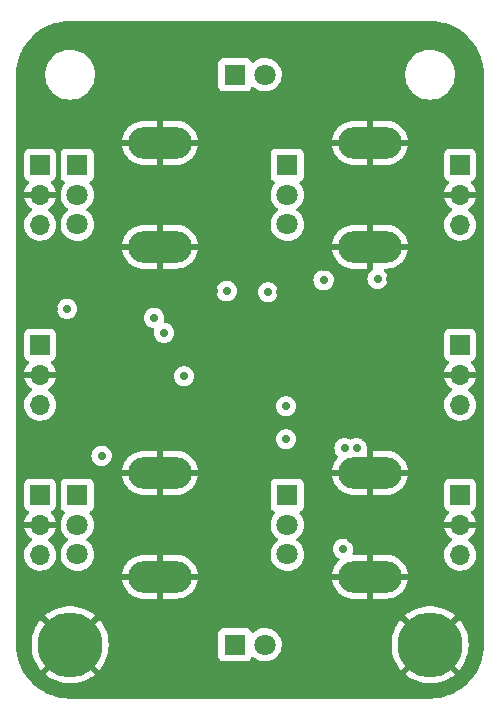
<source format=gbr>
%TF.GenerationSoftware,KiCad,Pcbnew,(6.0.9-0)*%
%TF.CreationDate,2024-03-22T17:08:36+01:00*%
%TF.ProjectId,attenuverters,61747465-6e75-4766-9572-746572732e6b,rev?*%
%TF.SameCoordinates,Original*%
%TF.FileFunction,Copper,L3,Inr*%
%TF.FilePolarity,Positive*%
%FSLAX46Y46*%
G04 Gerber Fmt 4.6, Leading zero omitted, Abs format (unit mm)*
G04 Created by KiCad (PCBNEW (6.0.9-0)) date 2024-03-22 17:08:36*
%MOMM*%
%LPD*%
G01*
G04 APERTURE LIST*
%TA.AperFunction,ComponentPad*%
%ADD10R,1.800000X1.800000*%
%TD*%
%TA.AperFunction,ComponentPad*%
%ADD11C,1.800000*%
%TD*%
%TA.AperFunction,ComponentPad*%
%ADD12R,1.700000X1.700000*%
%TD*%
%TA.AperFunction,ComponentPad*%
%ADD13O,1.700000X1.700000*%
%TD*%
%TA.AperFunction,ComponentPad*%
%ADD14O,5.400000X2.700000*%
%TD*%
%TA.AperFunction,ComponentPad*%
%ADD15C,5.500000*%
%TD*%
%TA.AperFunction,ViaPad*%
%ADD16C,0.700000*%
%TD*%
G04 APERTURE END LIST*
D10*
%TO.N,Net-(D2-Pad1)*%
%TO.C,D2*%
X19050000Y-53340000D03*
D11*
%TO.N,Net-(D2-Pad2)*%
X21590000Y-53340000D03*
%TD*%
D10*
%TO.N,Net-(D1-Pad1)*%
%TO.C,D1*%
X19050000Y-5080000D03*
D11*
%TO.N,Net-(D1-Pad2)*%
X21590000Y-5080000D03*
%TD*%
D12*
%TO.N,/In1*%
%TO.C,J1*%
X2540000Y-12700000D03*
D13*
%TO.N,/GND*%
X2540000Y-15240000D03*
%TO.N,/Out1*%
X2540000Y-17780000D03*
%TD*%
D14*
%TO.N,/GND*%
%TO.C,RV3*%
X30480000Y-19640000D03*
X30480000Y-10840000D03*
D10*
%TO.N,Net-(R5-Pad2)*%
X23480000Y-12740000D03*
D11*
%TO.N,Net-(R9-Pad2)*%
X23480000Y-15240000D03*
%TO.N,Net-(R6-Pad1)*%
X23480000Y-17740000D03*
%TD*%
D14*
%TO.N,/GND*%
%TO.C,RV1*%
X12700000Y-19640000D03*
X12700000Y-10840000D03*
D10*
%TO.N,/In1*%
X5700000Y-12740000D03*
D11*
%TO.N,Net-(RV1-Pad2)*%
X5700000Y-15240000D03*
%TO.N,/+4.5V*%
X5700000Y-17740000D03*
%TD*%
D12*
%TO.N,/+9V*%
%TO.C,J2*%
X2540000Y-27940000D03*
D13*
%TO.N,/GND*%
X2540000Y-30480000D03*
%TO.N,/+4.5V*%
X2540000Y-33020000D03*
%TD*%
D12*
%TO.N,/In2*%
%TO.C,J6*%
X2540000Y-40640000D03*
D13*
%TO.N,/GND*%
X2540000Y-43180000D03*
%TO.N,/Out2*%
X2540000Y-45720000D03*
%TD*%
D14*
%TO.N,/GND*%
%TO.C,RV2*%
X12700000Y-38780000D03*
X12700000Y-47580000D03*
D10*
%TO.N,/In2*%
X5700000Y-40680000D03*
D11*
%TO.N,Net-(RV2-Pad2)*%
X5700000Y-43180000D03*
%TO.N,/+4.5V*%
X5700000Y-45680000D03*
%TD*%
D12*
%TO.N,/+9V*%
%TO.C,J5*%
X38100000Y-27940000D03*
D13*
%TO.N,/GND*%
X38100000Y-30480000D03*
%TO.N,/+4.5V*%
X38100000Y-33020000D03*
%TD*%
D15*
%TO.N,/GND*%
%TO.C,H1*%
X35560000Y-53340000D03*
%TD*%
D12*
%TO.N,/In2*%
%TO.C,J3*%
X38100000Y-40640000D03*
D13*
%TO.N,/GND*%
X38100000Y-43180000D03*
%TO.N,/Out2*%
X38100000Y-45720000D03*
%TD*%
D12*
%TO.N,/In1*%
%TO.C,J4*%
X38100000Y-12700000D03*
D13*
%TO.N,/GND*%
X38100000Y-15240000D03*
%TO.N,/Out1*%
X38100000Y-17780000D03*
%TD*%
D15*
%TO.N,/GND*%
%TO.C,H3*%
X5080000Y-53340000D03*
%TD*%
D14*
%TO.N,/GND*%
%TO.C,RV4*%
X30480000Y-47580000D03*
X30480000Y-38780000D03*
D10*
%TO.N,Net-(R7-Pad1)*%
X23480000Y-40680000D03*
D11*
%TO.N,Net-(R11-Pad2)*%
X23480000Y-43180000D03*
%TO.N,Net-(R8-Pad1)*%
X23480000Y-45680000D03*
%TD*%
D16*
%TO.N,Net-(C1-Pad1)*%
X18343421Y-23398571D03*
X21844000Y-23495000D03*
%TO.N,/+9V*%
X13041500Y-26924000D03*
X23368000Y-35941000D03*
X23368000Y-33147000D03*
%TO.N,/GND*%
X34417000Y-29337000D03*
X32131000Y-22352000D03*
X28829000Y-44412500D03*
X26797000Y-25400000D03*
X17272000Y-23368000D03*
X21590000Y-48387000D03*
X13462000Y-30607000D03*
X19685000Y-14097000D03*
X3683000Y-24892000D03*
X22860000Y-23495000D03*
X26543000Y-21336000D03*
X7747000Y-38608000D03*
%TO.N,/+4.5V*%
X12192000Y-25654000D03*
X26543000Y-22479000D03*
X31115000Y-22352000D03*
X14732000Y-30607000D03*
X28321000Y-36703000D03*
X29337000Y-36703000D03*
%TO.N,/Out1*%
X4826000Y-24892000D03*
%TO.N,/In2*%
X7747000Y-37338000D03*
%TO.N,/Out2*%
X28194000Y-45212000D03*
%TD*%
%TA.AperFunction,Conductor*%
%TO.N,/GND*%
G36*
X35530018Y-510000D02*
G01*
X35544851Y-512310D01*
X35544855Y-512310D01*
X35553724Y-513691D01*
X35574183Y-511016D01*
X35596008Y-510072D01*
X35952937Y-525656D01*
X35963886Y-526614D01*
X36348379Y-577233D01*
X36359205Y-579142D01*
X36737822Y-663080D01*
X36748439Y-665925D01*
X36918702Y-719608D01*
X37118302Y-782542D01*
X37128615Y-786295D01*
X37486932Y-934715D01*
X37496876Y-939353D01*
X37840867Y-1118423D01*
X37850387Y-1123919D01*
X38177468Y-1332292D01*
X38186472Y-1338597D01*
X38494138Y-1574678D01*
X38502558Y-1581743D01*
X38788483Y-1843744D01*
X38796256Y-1851517D01*
X39058257Y-2137442D01*
X39065322Y-2145862D01*
X39301403Y-2453528D01*
X39307708Y-2462532D01*
X39516081Y-2789613D01*
X39521576Y-2799132D01*
X39653193Y-3051964D01*
X39700643Y-3143115D01*
X39705285Y-3153068D01*
X39827895Y-3449074D01*
X39853702Y-3511377D01*
X39857458Y-3521698D01*
X39904807Y-3671869D01*
X39974075Y-3891561D01*
X39976920Y-3902178D01*
X40060858Y-4280795D01*
X40062767Y-4291621D01*
X40113386Y-4676114D01*
X40114344Y-4687063D01*
X40125521Y-4943049D01*
X40129603Y-5036552D01*
X40128223Y-5061429D01*
X40126309Y-5073724D01*
X40127473Y-5082626D01*
X40127473Y-5082628D01*
X40130436Y-5105283D01*
X40131500Y-5121621D01*
X40131500Y-53290633D01*
X40130000Y-53310018D01*
X40127690Y-53324851D01*
X40127690Y-53324855D01*
X40126309Y-53333724D01*
X40128984Y-53354183D01*
X40129928Y-53376008D01*
X40115590Y-53704408D01*
X40114344Y-53732936D01*
X40113386Y-53743886D01*
X40062767Y-54128379D01*
X40060858Y-54139205D01*
X39976920Y-54517822D01*
X39974075Y-54528439D01*
X39934607Y-54653616D01*
X39904691Y-54748500D01*
X39857461Y-54898294D01*
X39853702Y-54908623D01*
X39705289Y-55266923D01*
X39700647Y-55276876D01*
X39609591Y-55451794D01*
X39521577Y-55620867D01*
X39516081Y-55630387D01*
X39307708Y-55957468D01*
X39301403Y-55966472D01*
X39065322Y-56274138D01*
X39058257Y-56282558D01*
X38796256Y-56568483D01*
X38788483Y-56576256D01*
X38502558Y-56838257D01*
X38494138Y-56845322D01*
X38186472Y-57081403D01*
X38177468Y-57087708D01*
X37850387Y-57296081D01*
X37840868Y-57301576D01*
X37496876Y-57480647D01*
X37486932Y-57485285D01*
X37128615Y-57633705D01*
X37118302Y-57637458D01*
X36918702Y-57700392D01*
X36748439Y-57754075D01*
X36737822Y-57756920D01*
X36359205Y-57840858D01*
X36348379Y-57842767D01*
X35963886Y-57893386D01*
X35952937Y-57894344D01*
X35603446Y-57909603D01*
X35578571Y-57908223D01*
X35566276Y-57906309D01*
X35557374Y-57907473D01*
X35557372Y-57907473D01*
X35542323Y-57909441D01*
X35534714Y-57910436D01*
X35518379Y-57911500D01*
X5129367Y-57911500D01*
X5109982Y-57910000D01*
X5095149Y-57907690D01*
X5095145Y-57907690D01*
X5086276Y-57906309D01*
X5065817Y-57908984D01*
X5043992Y-57909928D01*
X4687063Y-57894344D01*
X4676114Y-57893386D01*
X4291621Y-57842767D01*
X4280795Y-57840858D01*
X3902178Y-57756920D01*
X3891561Y-57754075D01*
X3721298Y-57700392D01*
X3521698Y-57637458D01*
X3511385Y-57633705D01*
X3153068Y-57485285D01*
X3143124Y-57480647D01*
X2799132Y-57301576D01*
X2789613Y-57296081D01*
X2462532Y-57087708D01*
X2453528Y-57081403D01*
X2145862Y-56845322D01*
X2137442Y-56838257D01*
X1851517Y-56576256D01*
X1843744Y-56568483D01*
X1581743Y-56282558D01*
X1574678Y-56274138D01*
X1338597Y-55966472D01*
X1332292Y-55957468D01*
X1244326Y-55819389D01*
X2965541Y-55819389D01*
X2973678Y-55830395D01*
X3233938Y-56030099D01*
X3239537Y-56033933D01*
X3535261Y-56213736D01*
X3541251Y-56216948D01*
X3854657Y-56363758D01*
X3860961Y-56366305D01*
X4188384Y-56478406D01*
X4194935Y-56480260D01*
X4532539Y-56556342D01*
X4539258Y-56557479D01*
X4883113Y-56596657D01*
X4889903Y-56597060D01*
X5235973Y-56598872D01*
X5242774Y-56598540D01*
X5587020Y-56562966D01*
X5593748Y-56561900D01*
X5932144Y-56489353D01*
X5938693Y-56487574D01*
X6267278Y-56378905D01*
X6273620Y-56376419D01*
X6588523Y-56232910D01*
X6594577Y-56229745D01*
X6892128Y-56053073D01*
X6897809Y-56049270D01*
X7174547Y-55841489D01*
X7179771Y-55837105D01*
X7186238Y-55831053D01*
X7193118Y-55819389D01*
X33445541Y-55819389D01*
X33453678Y-55830395D01*
X33713938Y-56030099D01*
X33719537Y-56033933D01*
X34015261Y-56213736D01*
X34021251Y-56216948D01*
X34334657Y-56363758D01*
X34340961Y-56366305D01*
X34668384Y-56478406D01*
X34674935Y-56480260D01*
X35012539Y-56556342D01*
X35019258Y-56557479D01*
X35363113Y-56596657D01*
X35369903Y-56597060D01*
X35715973Y-56598872D01*
X35722774Y-56598540D01*
X36067020Y-56562966D01*
X36073748Y-56561900D01*
X36412144Y-56489353D01*
X36418693Y-56487574D01*
X36747278Y-56378905D01*
X36753620Y-56376419D01*
X37068523Y-56232910D01*
X37074577Y-56229745D01*
X37372128Y-56053073D01*
X37377809Y-56049270D01*
X37654547Y-55841489D01*
X37659771Y-55837105D01*
X37666238Y-55831053D01*
X37674307Y-55817373D01*
X37674280Y-55816649D01*
X37669136Y-55808346D01*
X35572812Y-53712022D01*
X35558868Y-53704408D01*
X35557035Y-53704539D01*
X35550420Y-53708790D01*
X33452422Y-55806788D01*
X33445541Y-55819389D01*
X7193118Y-55819389D01*
X7194307Y-55817373D01*
X7194280Y-55816649D01*
X7189136Y-55808346D01*
X5092812Y-53712022D01*
X5078868Y-53704408D01*
X5077035Y-53704539D01*
X5070420Y-53708790D01*
X2972422Y-55806788D01*
X2965541Y-55819389D01*
X1244326Y-55819389D01*
X1123919Y-55630387D01*
X1118423Y-55620867D01*
X1030409Y-55451794D01*
X939353Y-55276876D01*
X934711Y-55266923D01*
X786298Y-54908623D01*
X782539Y-54898294D01*
X735310Y-54748500D01*
X705393Y-54653616D01*
X665925Y-54528439D01*
X663080Y-54517822D01*
X579142Y-54139205D01*
X577233Y-54128379D01*
X526614Y-53743886D01*
X525656Y-53732936D01*
X510561Y-53387208D01*
X512188Y-53360805D01*
X512769Y-53357352D01*
X512770Y-53357345D01*
X513576Y-53352552D01*
X513729Y-53340000D01*
X512584Y-53332007D01*
X1817407Y-53332007D01*
X1834917Y-53677659D01*
X1835627Y-53684415D01*
X1890363Y-54026141D01*
X1891802Y-54032796D01*
X1983122Y-54366604D01*
X1985271Y-54373065D01*
X2112110Y-54695067D01*
X2114941Y-54701250D01*
X2275815Y-55007670D01*
X2279298Y-55013513D01*
X2472321Y-55300761D01*
X2476424Y-55306205D01*
X2591911Y-55443351D01*
X2604650Y-55451794D01*
X2615094Y-55445696D01*
X4707978Y-53352812D01*
X4714356Y-53341132D01*
X5444408Y-53341132D01*
X5444539Y-53342965D01*
X5448790Y-53349580D01*
X7543553Y-55444343D01*
X7557150Y-55451768D01*
X7566761Y-55445068D01*
X7662845Y-55333360D01*
X7667003Y-55327960D01*
X7863023Y-55042751D01*
X7866570Y-55036940D01*
X8030634Y-54732238D01*
X8033541Y-54726060D01*
X8163744Y-54405411D01*
X8165958Y-54398981D01*
X8197533Y-54288134D01*
X17641500Y-54288134D01*
X17648255Y-54350316D01*
X17699385Y-54486705D01*
X17786739Y-54603261D01*
X17903295Y-54690615D01*
X18039684Y-54741745D01*
X18101866Y-54748500D01*
X19998134Y-54748500D01*
X20060316Y-54741745D01*
X20196705Y-54690615D01*
X20313261Y-54603261D01*
X20400615Y-54486705D01*
X20425180Y-54421178D01*
X20467822Y-54364414D01*
X20534383Y-54339714D01*
X20603732Y-54354921D01*
X20623647Y-54368464D01*
X20688724Y-54422492D01*
X20779349Y-54497730D01*
X20979322Y-54614584D01*
X21195694Y-54697209D01*
X21200760Y-54698240D01*
X21200761Y-54698240D01*
X21215556Y-54701250D01*
X21422656Y-54743385D01*
X21552089Y-54748131D01*
X21648949Y-54751683D01*
X21648953Y-54751683D01*
X21654113Y-54751872D01*
X21659233Y-54751216D01*
X21659235Y-54751216D01*
X21733166Y-54741745D01*
X21883847Y-54722442D01*
X21888795Y-54720957D01*
X21888802Y-54720956D01*
X22100747Y-54657369D01*
X22105690Y-54655886D01*
X22186236Y-54616427D01*
X22309049Y-54556262D01*
X22309052Y-54556260D01*
X22313684Y-54553991D01*
X22502243Y-54419494D01*
X22666303Y-54256005D01*
X22801458Y-54067917D01*
X22805612Y-54059513D01*
X22901784Y-53864922D01*
X22901785Y-53864920D01*
X22904078Y-53860280D01*
X22971408Y-53638671D01*
X23001640Y-53409041D01*
X23001722Y-53405691D01*
X23003245Y-53343365D01*
X23003245Y-53343361D01*
X23003327Y-53340000D01*
X23002670Y-53332007D01*
X32297407Y-53332007D01*
X32314917Y-53677659D01*
X32315627Y-53684415D01*
X32370363Y-54026141D01*
X32371802Y-54032796D01*
X32463122Y-54366604D01*
X32465271Y-54373065D01*
X32592110Y-54695067D01*
X32594941Y-54701250D01*
X32755815Y-55007670D01*
X32759298Y-55013513D01*
X32952321Y-55300761D01*
X32956424Y-55306205D01*
X33071911Y-55443351D01*
X33084650Y-55451794D01*
X33095094Y-55445696D01*
X35187978Y-53352812D01*
X35194356Y-53341132D01*
X35924408Y-53341132D01*
X35924539Y-53342965D01*
X35928790Y-53349580D01*
X38023553Y-55444343D01*
X38037150Y-55451768D01*
X38046761Y-55445068D01*
X38142845Y-55333360D01*
X38147003Y-55327960D01*
X38343023Y-55042751D01*
X38346570Y-55036940D01*
X38510634Y-54732238D01*
X38513541Y-54726060D01*
X38643744Y-54405411D01*
X38645958Y-54398981D01*
X38740769Y-54066143D01*
X38742276Y-54059513D01*
X38800590Y-53718362D01*
X38801370Y-53711622D01*
X38822595Y-53364576D01*
X38822711Y-53360973D01*
X38822779Y-53341819D01*
X38822687Y-53338194D01*
X38803885Y-52991023D01*
X38803150Y-52984257D01*
X38747224Y-52642738D01*
X38745757Y-52636066D01*
X38653278Y-52302597D01*
X38651104Y-52296134D01*
X38523143Y-51974583D01*
X38520290Y-51968409D01*
X38358343Y-51662545D01*
X38354849Y-51656728D01*
X38160813Y-51370140D01*
X38156699Y-51364721D01*
X38048090Y-51236653D01*
X38035265Y-51228217D01*
X38024940Y-51234270D01*
X35932022Y-53327188D01*
X35924408Y-53341132D01*
X35194356Y-53341132D01*
X35195592Y-53338868D01*
X35195461Y-53337035D01*
X35191210Y-53330420D01*
X33096457Y-51235667D01*
X33082920Y-51228275D01*
X33073219Y-51235063D01*
X32970220Y-51355659D01*
X32966066Y-51361092D01*
X32771056Y-51646965D01*
X32767521Y-51652802D01*
X32604518Y-51958080D01*
X32601642Y-51964249D01*
X32472558Y-52285355D01*
X32470365Y-52291795D01*
X32376714Y-52624968D01*
X32375231Y-52631603D01*
X32318112Y-52972936D01*
X32317353Y-52979708D01*
X32297431Y-53325212D01*
X32297407Y-53332007D01*
X23002670Y-53332007D01*
X22997032Y-53263434D01*
X22984773Y-53114318D01*
X22984772Y-53114312D01*
X22984349Y-53109167D01*
X22950797Y-52975592D01*
X22929184Y-52889544D01*
X22929183Y-52889540D01*
X22927925Y-52884533D01*
X22835570Y-52672131D01*
X22709764Y-52477665D01*
X22553887Y-52306358D01*
X22549836Y-52303159D01*
X22549832Y-52303155D01*
X22376177Y-52166011D01*
X22376172Y-52166008D01*
X22372123Y-52162810D01*
X22367607Y-52160317D01*
X22367604Y-52160315D01*
X22173879Y-52053373D01*
X22173875Y-52053371D01*
X22169355Y-52050876D01*
X22164486Y-52049152D01*
X22164482Y-52049150D01*
X21955903Y-51975288D01*
X21955899Y-51975287D01*
X21951028Y-51973562D01*
X21945935Y-51972655D01*
X21945932Y-51972654D01*
X21728095Y-51933851D01*
X21728089Y-51933850D01*
X21723006Y-51932945D01*
X21650096Y-51932054D01*
X21496581Y-51930179D01*
X21496579Y-51930179D01*
X21491411Y-51930116D01*
X21262464Y-51965150D01*
X21042314Y-52037106D01*
X21037726Y-52039494D01*
X21037722Y-52039496D01*
X20841461Y-52141663D01*
X20836872Y-52144052D01*
X20832739Y-52147155D01*
X20832736Y-52147157D01*
X20760088Y-52201703D01*
X20651655Y-52283117D01*
X20639216Y-52296134D01*
X20634170Y-52301414D01*
X20572646Y-52336844D01*
X20501733Y-52333387D01*
X20443947Y-52292141D01*
X20425094Y-52258592D01*
X20403768Y-52201705D01*
X20403767Y-52201703D01*
X20400615Y-52193295D01*
X20313261Y-52076739D01*
X20196705Y-51989385D01*
X20060316Y-51938255D01*
X19998134Y-51931500D01*
X18101866Y-51931500D01*
X18039684Y-51938255D01*
X17903295Y-51989385D01*
X17786739Y-52076739D01*
X17699385Y-52193295D01*
X17648255Y-52329684D01*
X17641500Y-52391866D01*
X17641500Y-54288134D01*
X8197533Y-54288134D01*
X8260769Y-54066143D01*
X8262276Y-54059513D01*
X8320590Y-53718362D01*
X8321370Y-53711622D01*
X8342595Y-53364576D01*
X8342711Y-53360973D01*
X8342779Y-53341819D01*
X8342687Y-53338194D01*
X8323885Y-52991023D01*
X8323150Y-52984257D01*
X8267224Y-52642738D01*
X8265757Y-52636066D01*
X8173278Y-52302597D01*
X8171104Y-52296134D01*
X8043143Y-51974583D01*
X8040290Y-51968409D01*
X7878343Y-51662545D01*
X7874849Y-51656728D01*
X7680813Y-51370140D01*
X7676699Y-51364721D01*
X7568090Y-51236653D01*
X7555265Y-51228217D01*
X7544940Y-51234270D01*
X5452022Y-53327188D01*
X5444408Y-53341132D01*
X4714356Y-53341132D01*
X4715592Y-53338868D01*
X4715461Y-53337035D01*
X4711210Y-53330420D01*
X2616457Y-51235667D01*
X2602920Y-51228275D01*
X2593219Y-51235063D01*
X2490220Y-51355659D01*
X2486066Y-51361092D01*
X2291056Y-51646965D01*
X2287521Y-51652802D01*
X2124518Y-51958080D01*
X2121642Y-51964249D01*
X1992558Y-52285355D01*
X1990365Y-52291795D01*
X1896714Y-52624968D01*
X1895231Y-52631603D01*
X1838112Y-52972936D01*
X1837353Y-52979708D01*
X1817431Y-53325212D01*
X1817407Y-53332007D01*
X512584Y-53332007D01*
X509773Y-53312376D01*
X508500Y-53294514D01*
X508500Y-50862234D01*
X2965322Y-50862234D01*
X2965357Y-50863075D01*
X2970410Y-50871200D01*
X5067188Y-52967978D01*
X5081132Y-52975592D01*
X5082965Y-52975461D01*
X5089580Y-52971210D01*
X7187431Y-50873359D01*
X7193506Y-50862234D01*
X33445322Y-50862234D01*
X33445357Y-50863075D01*
X33450410Y-50871200D01*
X35547188Y-52967978D01*
X35561132Y-52975592D01*
X35562965Y-52975461D01*
X35569580Y-52971210D01*
X37667431Y-50873359D01*
X37675045Y-50859415D01*
X37674977Y-50858460D01*
X37671024Y-50852482D01*
X37396667Y-50643479D01*
X37391041Y-50639655D01*
X37094706Y-50460894D01*
X37088694Y-50457697D01*
X36774774Y-50311980D01*
X36768474Y-50309460D01*
X36440664Y-50198503D01*
X36434086Y-50196667D01*
X36096237Y-50121768D01*
X36089499Y-50120652D01*
X35745515Y-50082675D01*
X35738735Y-50082296D01*
X35392636Y-50081693D01*
X35385863Y-50082048D01*
X35041726Y-50118825D01*
X35035016Y-50119912D01*
X34696883Y-50193637D01*
X34690308Y-50195448D01*
X34362117Y-50305259D01*
X34355795Y-50307762D01*
X34041388Y-50452373D01*
X34035345Y-50455559D01*
X33738402Y-50633276D01*
X33732756Y-50637085D01*
X33456726Y-50845844D01*
X33453140Y-50848875D01*
X33445322Y-50862234D01*
X7193506Y-50862234D01*
X7195045Y-50859415D01*
X7194977Y-50858460D01*
X7191024Y-50852482D01*
X6916667Y-50643479D01*
X6911041Y-50639655D01*
X6614706Y-50460894D01*
X6608694Y-50457697D01*
X6294774Y-50311980D01*
X6288474Y-50309460D01*
X5960664Y-50198503D01*
X5954086Y-50196667D01*
X5616237Y-50121768D01*
X5609499Y-50120652D01*
X5265515Y-50082675D01*
X5258735Y-50082296D01*
X4912636Y-50081693D01*
X4905863Y-50082048D01*
X4561726Y-50118825D01*
X4555016Y-50119912D01*
X4216883Y-50193637D01*
X4210308Y-50195448D01*
X3882117Y-50305259D01*
X3875795Y-50307762D01*
X3561388Y-50452373D01*
X3555345Y-50455559D01*
X3258402Y-50633276D01*
X3252756Y-50637085D01*
X2976726Y-50845844D01*
X2973140Y-50848875D01*
X2965322Y-50862234D01*
X508500Y-50862234D01*
X508500Y-47850512D01*
X9509286Y-47850512D01*
X9512685Y-47886133D01*
X9514205Y-47895125D01*
X9576122Y-48148158D01*
X9578922Y-48156827D01*
X9676722Y-48398282D01*
X9680744Y-48406455D01*
X9812368Y-48631253D01*
X9817531Y-48638765D01*
X9980231Y-48842213D01*
X9986420Y-48848896D01*
X10176794Y-49026733D01*
X10183871Y-49032443D01*
X10397918Y-49180934D01*
X10405759Y-49185571D01*
X10638997Y-49301604D01*
X10647422Y-49305060D01*
X10894974Y-49386212D01*
X10903799Y-49388412D01*
X11161189Y-49433103D01*
X11168807Y-49433950D01*
X11248592Y-49437922D01*
X11251733Y-49438000D01*
X12427885Y-49438000D01*
X12443124Y-49433525D01*
X12444329Y-49432135D01*
X12446000Y-49424452D01*
X12446000Y-49419885D01*
X12954000Y-49419885D01*
X12958475Y-49435124D01*
X12959865Y-49436329D01*
X12967548Y-49438000D01*
X14116206Y-49438000D01*
X14120777Y-49437835D01*
X14314380Y-49423787D01*
X14323389Y-49422473D01*
X14577769Y-49366311D01*
X14586499Y-49363708D01*
X14830107Y-49271414D01*
X14838368Y-49267579D01*
X15066101Y-49141085D01*
X15073726Y-49136095D01*
X15280809Y-48978054D01*
X15287636Y-48972014D01*
X15469735Y-48785736D01*
X15475618Y-48778774D01*
X15628922Y-48568157D01*
X15633733Y-48560427D01*
X15755031Y-48329878D01*
X15758678Y-48321528D01*
X15845419Y-48075901D01*
X15847825Y-48067106D01*
X15890267Y-47851775D01*
X15890152Y-47850512D01*
X27289286Y-47850512D01*
X27292685Y-47886133D01*
X27294205Y-47895125D01*
X27356122Y-48148158D01*
X27358922Y-48156827D01*
X27456722Y-48398282D01*
X27460744Y-48406455D01*
X27592368Y-48631253D01*
X27597531Y-48638765D01*
X27760231Y-48842213D01*
X27766420Y-48848896D01*
X27956794Y-49026733D01*
X27963871Y-49032443D01*
X28177918Y-49180934D01*
X28185759Y-49185571D01*
X28418997Y-49301604D01*
X28427422Y-49305060D01*
X28674974Y-49386212D01*
X28683799Y-49388412D01*
X28941189Y-49433103D01*
X28948807Y-49433950D01*
X29028592Y-49437922D01*
X29031733Y-49438000D01*
X30207885Y-49438000D01*
X30223124Y-49433525D01*
X30224329Y-49432135D01*
X30226000Y-49424452D01*
X30226000Y-49419885D01*
X30734000Y-49419885D01*
X30738475Y-49435124D01*
X30739865Y-49436329D01*
X30747548Y-49438000D01*
X31896206Y-49438000D01*
X31900777Y-49437835D01*
X32094380Y-49423787D01*
X32103389Y-49422473D01*
X32357769Y-49366311D01*
X32366499Y-49363708D01*
X32610107Y-49271414D01*
X32618368Y-49267579D01*
X32846101Y-49141085D01*
X32853726Y-49136095D01*
X33060809Y-48978054D01*
X33067636Y-48972014D01*
X33249735Y-48785736D01*
X33255618Y-48778774D01*
X33408922Y-48568157D01*
X33413733Y-48560427D01*
X33535031Y-48329878D01*
X33538678Y-48321528D01*
X33625419Y-48075901D01*
X33627825Y-48067106D01*
X33670267Y-47851775D01*
X33669088Y-47838863D01*
X33653985Y-47834000D01*
X30752115Y-47834000D01*
X30736876Y-47838475D01*
X30735671Y-47839865D01*
X30734000Y-47847548D01*
X30734000Y-49419885D01*
X30226000Y-49419885D01*
X30226000Y-47852115D01*
X30221525Y-47836876D01*
X30220135Y-47835671D01*
X30212452Y-47834000D01*
X27305826Y-47834000D01*
X27291349Y-47838251D01*
X27289286Y-47850512D01*
X15890152Y-47850512D01*
X15889088Y-47838863D01*
X15873985Y-47834000D01*
X12972115Y-47834000D01*
X12956876Y-47838475D01*
X12955671Y-47839865D01*
X12954000Y-47847548D01*
X12954000Y-49419885D01*
X12446000Y-49419885D01*
X12446000Y-47852115D01*
X12441525Y-47836876D01*
X12440135Y-47835671D01*
X12432452Y-47834000D01*
X9525826Y-47834000D01*
X9511349Y-47838251D01*
X9509286Y-47850512D01*
X508500Y-47850512D01*
X508500Y-47308225D01*
X9509733Y-47308225D01*
X9510912Y-47321137D01*
X9526015Y-47326000D01*
X12427885Y-47326000D01*
X12443124Y-47321525D01*
X12444329Y-47320135D01*
X12446000Y-47312452D01*
X12446000Y-47307885D01*
X12954000Y-47307885D01*
X12958475Y-47323124D01*
X12959865Y-47324329D01*
X12967548Y-47326000D01*
X15874174Y-47326000D01*
X15888651Y-47321749D01*
X15890714Y-47309488D01*
X15890593Y-47308225D01*
X27289733Y-47308225D01*
X27290912Y-47321137D01*
X27306015Y-47326000D01*
X30207885Y-47326000D01*
X30223124Y-47321525D01*
X30224329Y-47320135D01*
X30226000Y-47312452D01*
X30226000Y-47307885D01*
X30734000Y-47307885D01*
X30738475Y-47323124D01*
X30739865Y-47324329D01*
X30747548Y-47326000D01*
X33654174Y-47326000D01*
X33668651Y-47321749D01*
X33670714Y-47309488D01*
X33667315Y-47273867D01*
X33665795Y-47264875D01*
X33603878Y-47011842D01*
X33601078Y-47003173D01*
X33503278Y-46761718D01*
X33499256Y-46753545D01*
X33367632Y-46528747D01*
X33362469Y-46521235D01*
X33199769Y-46317787D01*
X33193580Y-46311104D01*
X33003206Y-46133267D01*
X32996129Y-46127557D01*
X32782082Y-45979066D01*
X32774241Y-45974429D01*
X32541003Y-45858396D01*
X32532578Y-45854940D01*
X32285026Y-45773788D01*
X32276201Y-45771588D01*
X32018811Y-45726897D01*
X32011193Y-45726050D01*
X31931408Y-45722078D01*
X31928267Y-45722000D01*
X30752115Y-45722000D01*
X30736876Y-45726475D01*
X30735671Y-45727865D01*
X30734000Y-45735548D01*
X30734000Y-47307885D01*
X30226000Y-47307885D01*
X30226000Y-45740115D01*
X30221525Y-45724876D01*
X30220135Y-45723671D01*
X30212452Y-45722000D01*
X29104395Y-45722000D01*
X29036274Y-45701998D01*
X29023014Y-45686695D01*
X36737251Y-45686695D01*
X36737548Y-45691848D01*
X36737548Y-45691851D01*
X36748892Y-45888586D01*
X36750110Y-45909715D01*
X36751247Y-45914761D01*
X36751248Y-45914767D01*
X36764694Y-45974429D01*
X36799222Y-46127639D01*
X36837461Y-46221811D01*
X36876433Y-46317787D01*
X36883266Y-46334616D01*
X36885965Y-46339020D01*
X36996025Y-46518622D01*
X36999987Y-46525088D01*
X37146250Y-46693938D01*
X37318126Y-46836632D01*
X37511000Y-46949338D01*
X37719692Y-47029030D01*
X37724760Y-47030061D01*
X37724763Y-47030062D01*
X37832017Y-47051883D01*
X37938597Y-47073567D01*
X37943772Y-47073757D01*
X37943774Y-47073757D01*
X38156673Y-47081564D01*
X38156677Y-47081564D01*
X38161837Y-47081753D01*
X38166957Y-47081097D01*
X38166959Y-47081097D01*
X38378288Y-47054025D01*
X38378289Y-47054025D01*
X38383416Y-47053368D01*
X38433840Y-47038240D01*
X38592429Y-46990661D01*
X38592434Y-46990659D01*
X38597384Y-46989174D01*
X38797994Y-46890896D01*
X38979860Y-46761173D01*
X39138096Y-46603489D01*
X39146465Y-46591843D01*
X39265435Y-46426277D01*
X39268453Y-46422077D01*
X39275452Y-46407917D01*
X39365136Y-46226453D01*
X39365137Y-46226451D01*
X39367430Y-46221811D01*
X39422220Y-46041477D01*
X39430865Y-46013023D01*
X39430865Y-46013021D01*
X39432370Y-46008069D01*
X39461529Y-45786590D01*
X39461896Y-45771588D01*
X39463074Y-45723365D01*
X39463074Y-45723361D01*
X39463156Y-45720000D01*
X39444852Y-45497361D01*
X39390431Y-45280702D01*
X39301354Y-45075840D01*
X39180014Y-44888277D01*
X39029670Y-44723051D01*
X39025619Y-44719852D01*
X39025615Y-44719848D01*
X38858414Y-44587800D01*
X38858410Y-44587798D01*
X38854359Y-44584598D01*
X38837710Y-44575407D01*
X38812569Y-44561529D01*
X38762598Y-44511097D01*
X38747826Y-44441654D01*
X38772942Y-44375248D01*
X38800294Y-44348641D01*
X38975328Y-44223792D01*
X38983200Y-44217139D01*
X39134052Y-44066812D01*
X39140730Y-44058965D01*
X39265003Y-43886020D01*
X39270313Y-43877183D01*
X39364670Y-43686267D01*
X39368469Y-43676672D01*
X39430377Y-43472910D01*
X39432555Y-43462837D01*
X39433986Y-43451962D01*
X39431775Y-43437778D01*
X39418617Y-43434000D01*
X36783225Y-43434000D01*
X36769694Y-43437973D01*
X36768257Y-43447966D01*
X36798565Y-43582446D01*
X36801645Y-43592275D01*
X36881770Y-43789603D01*
X36886413Y-43798794D01*
X36997694Y-43980388D01*
X37003777Y-43988699D01*
X37143213Y-44149667D01*
X37150580Y-44156883D01*
X37314434Y-44292916D01*
X37322881Y-44298831D01*
X37391969Y-44339203D01*
X37440693Y-44390842D01*
X37453764Y-44460625D01*
X37427033Y-44526396D01*
X37386584Y-44559752D01*
X37373607Y-44566507D01*
X37369474Y-44569610D01*
X37369471Y-44569612D01*
X37199100Y-44697530D01*
X37194965Y-44700635D01*
X37040629Y-44862138D01*
X36914743Y-45046680D01*
X36899003Y-45080590D01*
X36829861Y-45229544D01*
X36820688Y-45249305D01*
X36760989Y-45464570D01*
X36737251Y-45686695D01*
X29023014Y-45686695D01*
X28989781Y-45648342D01*
X28979677Y-45578068D01*
X28984562Y-45557064D01*
X29005592Y-45492342D01*
X29028999Y-45420301D01*
X29036325Y-45397754D01*
X29036325Y-45397753D01*
X29038365Y-45391475D01*
X29053802Y-45244610D01*
X29056539Y-45218565D01*
X29057229Y-45212000D01*
X29038365Y-45032525D01*
X29020527Y-44977623D01*
X28992907Y-44892617D01*
X28982599Y-44860893D01*
X28892367Y-44704607D01*
X28839920Y-44646358D01*
X28776035Y-44575407D01*
X28776034Y-44575406D01*
X28771613Y-44570496D01*
X28720056Y-44533037D01*
X28630957Y-44468303D01*
X28630956Y-44468302D01*
X28625615Y-44464422D01*
X28619587Y-44461738D01*
X28619585Y-44461737D01*
X28466783Y-44393705D01*
X28466781Y-44393705D01*
X28460752Y-44391020D01*
X28372492Y-44372260D01*
X28290689Y-44354872D01*
X28290685Y-44354872D01*
X28284232Y-44353500D01*
X28103768Y-44353500D01*
X28097315Y-44354872D01*
X28097311Y-44354872D01*
X28015508Y-44372260D01*
X27927248Y-44391020D01*
X27921219Y-44393704D01*
X27921217Y-44393705D01*
X27768416Y-44461737D01*
X27768414Y-44461738D01*
X27762386Y-44464422D01*
X27757045Y-44468302D01*
X27757044Y-44468303D01*
X27621731Y-44566613D01*
X27621729Y-44566615D01*
X27616387Y-44570496D01*
X27611966Y-44575406D01*
X27611965Y-44575407D01*
X27548081Y-44646358D01*
X27495633Y-44704607D01*
X27405401Y-44860893D01*
X27395093Y-44892617D01*
X27367474Y-44977623D01*
X27349635Y-45032525D01*
X27330771Y-45212000D01*
X27331461Y-45218565D01*
X27334199Y-45244610D01*
X27349635Y-45391475D01*
X27351675Y-45397753D01*
X27351675Y-45397754D01*
X27359001Y-45420301D01*
X27405401Y-45563107D01*
X27495633Y-45719393D01*
X27500051Y-45724300D01*
X27500052Y-45724301D01*
X27544610Y-45773788D01*
X27616387Y-45853504D01*
X27621729Y-45857385D01*
X27621731Y-45857387D01*
X27700708Y-45914767D01*
X27762385Y-45959578D01*
X27768418Y-45962264D01*
X27768423Y-45962267D01*
X27843057Y-45995497D01*
X27897153Y-46041477D01*
X27917802Y-46109404D01*
X27898449Y-46177712D01*
X27881909Y-46198682D01*
X27710259Y-46374272D01*
X27704382Y-46381226D01*
X27551078Y-46591843D01*
X27546267Y-46599573D01*
X27424969Y-46830122D01*
X27421322Y-46838472D01*
X27334581Y-47084099D01*
X27332175Y-47092894D01*
X27289733Y-47308225D01*
X15890593Y-47308225D01*
X15887315Y-47273867D01*
X15885795Y-47264875D01*
X15823878Y-47011842D01*
X15821078Y-47003173D01*
X15723278Y-46761718D01*
X15719256Y-46753545D01*
X15587632Y-46528747D01*
X15582469Y-46521235D01*
X15419769Y-46317787D01*
X15413580Y-46311104D01*
X15223206Y-46133267D01*
X15216129Y-46127557D01*
X15002082Y-45979066D01*
X14994241Y-45974429D01*
X14761003Y-45858396D01*
X14752578Y-45854940D01*
X14505026Y-45773788D01*
X14496201Y-45771588D01*
X14238811Y-45726897D01*
X14231193Y-45726050D01*
X14151408Y-45722078D01*
X14148267Y-45722000D01*
X12972115Y-45722000D01*
X12956876Y-45726475D01*
X12955671Y-45727865D01*
X12954000Y-45735548D01*
X12954000Y-47307885D01*
X12446000Y-47307885D01*
X12446000Y-45740115D01*
X12441525Y-45724876D01*
X12440135Y-45723671D01*
X12432452Y-45722000D01*
X11283794Y-45722000D01*
X11279223Y-45722165D01*
X11085620Y-45736213D01*
X11076611Y-45737527D01*
X10822231Y-45793689D01*
X10813501Y-45796292D01*
X10569893Y-45888586D01*
X10561632Y-45892421D01*
X10333899Y-46018915D01*
X10326274Y-46023905D01*
X10119191Y-46181946D01*
X10112364Y-46187986D01*
X9930265Y-46374264D01*
X9924382Y-46381226D01*
X9771078Y-46591843D01*
X9766267Y-46599573D01*
X9644969Y-46830122D01*
X9641322Y-46838472D01*
X9554581Y-47084099D01*
X9552175Y-47092894D01*
X9509733Y-47308225D01*
X508500Y-47308225D01*
X508500Y-45686695D01*
X1177251Y-45686695D01*
X1177548Y-45691848D01*
X1177548Y-45691851D01*
X1188892Y-45888586D01*
X1190110Y-45909715D01*
X1191247Y-45914761D01*
X1191248Y-45914767D01*
X1204694Y-45974429D01*
X1239222Y-46127639D01*
X1277461Y-46221811D01*
X1316433Y-46317787D01*
X1323266Y-46334616D01*
X1325965Y-46339020D01*
X1436025Y-46518622D01*
X1439987Y-46525088D01*
X1586250Y-46693938D01*
X1758126Y-46836632D01*
X1951000Y-46949338D01*
X2159692Y-47029030D01*
X2164760Y-47030061D01*
X2164763Y-47030062D01*
X2272017Y-47051883D01*
X2378597Y-47073567D01*
X2383772Y-47073757D01*
X2383774Y-47073757D01*
X2596673Y-47081564D01*
X2596677Y-47081564D01*
X2601837Y-47081753D01*
X2606957Y-47081097D01*
X2606959Y-47081097D01*
X2818288Y-47054025D01*
X2818289Y-47054025D01*
X2823416Y-47053368D01*
X2873840Y-47038240D01*
X3032429Y-46990661D01*
X3032434Y-46990659D01*
X3037384Y-46989174D01*
X3237994Y-46890896D01*
X3419860Y-46761173D01*
X3578096Y-46603489D01*
X3586465Y-46591843D01*
X3705435Y-46426277D01*
X3708453Y-46422077D01*
X3715452Y-46407917D01*
X3805136Y-46226453D01*
X3805137Y-46226451D01*
X3807430Y-46221811D01*
X3862220Y-46041477D01*
X3870865Y-46013023D01*
X3870865Y-46013021D01*
X3872370Y-46008069D01*
X3901529Y-45786590D01*
X3901896Y-45771588D01*
X3903074Y-45723365D01*
X3903074Y-45723361D01*
X3903156Y-45720000D01*
X3897029Y-45645469D01*
X4287095Y-45645469D01*
X4287392Y-45650622D01*
X4287392Y-45650625D01*
X4295232Y-45786590D01*
X4300427Y-45876697D01*
X4301564Y-45881743D01*
X4301565Y-45881749D01*
X4327200Y-45995497D01*
X4351346Y-46102642D01*
X4353288Y-46107424D01*
X4353289Y-46107428D01*
X4436540Y-46312450D01*
X4438484Y-46317237D01*
X4559501Y-46514719D01*
X4711147Y-46689784D01*
X4800747Y-46764171D01*
X4884046Y-46833327D01*
X4889349Y-46837730D01*
X5089322Y-46954584D01*
X5305694Y-47037209D01*
X5310760Y-47038240D01*
X5310761Y-47038240D01*
X5363846Y-47049040D01*
X5532656Y-47083385D01*
X5663324Y-47088176D01*
X5758949Y-47091683D01*
X5758953Y-47091683D01*
X5764113Y-47091872D01*
X5769233Y-47091216D01*
X5769235Y-47091216D01*
X5848224Y-47081097D01*
X5993847Y-47062442D01*
X5998795Y-47060957D01*
X5998802Y-47060956D01*
X6210747Y-46997369D01*
X6215690Y-46995886D01*
X6296236Y-46956427D01*
X6419049Y-46896262D01*
X6419052Y-46896260D01*
X6423684Y-46893991D01*
X6612243Y-46759494D01*
X6776303Y-46596005D01*
X6911458Y-46407917D01*
X6924650Y-46381226D01*
X7011784Y-46204922D01*
X7011785Y-46204920D01*
X7014078Y-46200280D01*
X7081408Y-45978671D01*
X7111640Y-45749041D01*
X7111921Y-45737527D01*
X7113245Y-45683365D01*
X7113245Y-45683361D01*
X7113327Y-45680000D01*
X7110488Y-45645469D01*
X22067095Y-45645469D01*
X22067392Y-45650622D01*
X22067392Y-45650625D01*
X22075232Y-45786590D01*
X22080427Y-45876697D01*
X22081564Y-45881743D01*
X22081565Y-45881749D01*
X22107200Y-45995497D01*
X22131346Y-46102642D01*
X22133288Y-46107424D01*
X22133289Y-46107428D01*
X22216540Y-46312450D01*
X22218484Y-46317237D01*
X22339501Y-46514719D01*
X22491147Y-46689784D01*
X22580747Y-46764171D01*
X22664046Y-46833327D01*
X22669349Y-46837730D01*
X22869322Y-46954584D01*
X23085694Y-47037209D01*
X23090760Y-47038240D01*
X23090761Y-47038240D01*
X23143846Y-47049040D01*
X23312656Y-47083385D01*
X23443324Y-47088176D01*
X23538949Y-47091683D01*
X23538953Y-47091683D01*
X23544113Y-47091872D01*
X23549233Y-47091216D01*
X23549235Y-47091216D01*
X23628224Y-47081097D01*
X23773847Y-47062442D01*
X23778795Y-47060957D01*
X23778802Y-47060956D01*
X23990747Y-46997369D01*
X23995690Y-46995886D01*
X24076236Y-46956427D01*
X24199049Y-46896262D01*
X24199052Y-46896260D01*
X24203684Y-46893991D01*
X24392243Y-46759494D01*
X24556303Y-46596005D01*
X24691458Y-46407917D01*
X24704650Y-46381226D01*
X24791784Y-46204922D01*
X24791785Y-46204920D01*
X24794078Y-46200280D01*
X24861408Y-45978671D01*
X24891640Y-45749041D01*
X24891921Y-45737527D01*
X24893245Y-45683365D01*
X24893245Y-45683361D01*
X24893327Y-45680000D01*
X24878736Y-45502522D01*
X24874773Y-45454318D01*
X24874772Y-45454312D01*
X24874349Y-45449167D01*
X24825401Y-45254297D01*
X24819184Y-45229544D01*
X24819183Y-45229540D01*
X24817925Y-45224533D01*
X24815330Y-45218565D01*
X24727630Y-45016868D01*
X24727628Y-45016865D01*
X24725570Y-45012131D01*
X24599764Y-44817665D01*
X24443887Y-44646358D01*
X24439836Y-44643159D01*
X24439832Y-44643155D01*
X24293690Y-44527740D01*
X24252627Y-44469823D01*
X24249395Y-44398900D01*
X24285020Y-44337489D01*
X24298613Y-44326279D01*
X24337094Y-44298831D01*
X24392243Y-44259494D01*
X24556303Y-44096005D01*
X24691458Y-43907917D01*
X24738641Y-43812450D01*
X24791784Y-43704922D01*
X24791785Y-43704920D01*
X24794078Y-43700280D01*
X24861408Y-43478671D01*
X24891640Y-43249041D01*
X24893327Y-43180000D01*
X24887032Y-43103434D01*
X24874773Y-42954318D01*
X24874772Y-42954312D01*
X24874349Y-42949167D01*
X24823286Y-42745875D01*
X24819184Y-42729544D01*
X24819183Y-42729540D01*
X24817925Y-42724533D01*
X24815866Y-42719797D01*
X24727630Y-42516868D01*
X24727628Y-42516865D01*
X24725570Y-42512131D01*
X24599764Y-42317665D01*
X24536986Y-42248672D01*
X24505936Y-42184829D01*
X24514331Y-42114330D01*
X24559507Y-42059562D01*
X24585952Y-42045893D01*
X24618295Y-42033768D01*
X24618296Y-42033767D01*
X24626705Y-42030615D01*
X24743261Y-41943261D01*
X24830615Y-41826705D01*
X24881745Y-41690316D01*
X24888500Y-41628134D01*
X24888500Y-41538134D01*
X36741500Y-41538134D01*
X36748255Y-41600316D01*
X36799385Y-41736705D01*
X36886739Y-41853261D01*
X37003295Y-41940615D01*
X37011704Y-41943767D01*
X37011705Y-41943768D01*
X37120960Y-41984726D01*
X37177725Y-42027367D01*
X37202425Y-42093929D01*
X37187218Y-42163278D01*
X37167825Y-42189759D01*
X37044590Y-42318717D01*
X37038104Y-42326727D01*
X36918098Y-42502649D01*
X36913000Y-42511623D01*
X36823338Y-42704783D01*
X36819775Y-42714470D01*
X36764389Y-42914183D01*
X36765912Y-42922607D01*
X36778292Y-42926000D01*
X39418344Y-42926000D01*
X39431875Y-42922027D01*
X39433180Y-42912947D01*
X39391214Y-42745875D01*
X39387894Y-42736124D01*
X39302972Y-42540814D01*
X39298105Y-42531739D01*
X39182426Y-42352926D01*
X39176136Y-42344757D01*
X39032293Y-42186677D01*
X39001241Y-42122831D01*
X39009635Y-42052333D01*
X39054812Y-41997564D01*
X39081256Y-41983895D01*
X39188297Y-41943767D01*
X39196705Y-41940615D01*
X39313261Y-41853261D01*
X39400615Y-41736705D01*
X39451745Y-41600316D01*
X39458500Y-41538134D01*
X39458500Y-39741866D01*
X39451745Y-39679684D01*
X39400615Y-39543295D01*
X39313261Y-39426739D01*
X39196705Y-39339385D01*
X39060316Y-39288255D01*
X38998134Y-39281500D01*
X37201866Y-39281500D01*
X37139684Y-39288255D01*
X37003295Y-39339385D01*
X36886739Y-39426739D01*
X36799385Y-39543295D01*
X36748255Y-39679684D01*
X36741500Y-39741866D01*
X36741500Y-41538134D01*
X24888500Y-41538134D01*
X24888500Y-39731866D01*
X24881745Y-39669684D01*
X24830615Y-39533295D01*
X24743261Y-39416739D01*
X24626705Y-39329385D01*
X24490316Y-39278255D01*
X24428134Y-39271500D01*
X22531866Y-39271500D01*
X22469684Y-39278255D01*
X22333295Y-39329385D01*
X22216739Y-39416739D01*
X22129385Y-39533295D01*
X22078255Y-39669684D01*
X22071500Y-39731866D01*
X22071500Y-41628134D01*
X22078255Y-41690316D01*
X22129385Y-41826705D01*
X22216739Y-41943261D01*
X22333295Y-42030615D01*
X22341703Y-42033767D01*
X22373022Y-42045508D01*
X22429786Y-42088150D01*
X22454486Y-42154711D01*
X22439279Y-42224060D01*
X22419886Y-42250540D01*
X22381639Y-42290564D01*
X22251119Y-42481899D01*
X22153602Y-42691981D01*
X22091707Y-42915169D01*
X22067095Y-43145469D01*
X22067392Y-43150622D01*
X22067392Y-43150625D01*
X22073067Y-43249041D01*
X22080427Y-43376697D01*
X22081564Y-43381743D01*
X22081565Y-43381749D01*
X22113741Y-43524523D01*
X22131346Y-43602642D01*
X22133288Y-43607424D01*
X22133289Y-43607428D01*
X22207263Y-43789603D01*
X22218484Y-43817237D01*
X22339501Y-44014719D01*
X22491147Y-44189784D01*
X22622495Y-44298831D01*
X22666462Y-44335333D01*
X22706097Y-44394235D01*
X22707595Y-44465216D01*
X22670481Y-44525739D01*
X22661630Y-44533037D01*
X22588693Y-44587800D01*
X22541655Y-44623117D01*
X22381639Y-44790564D01*
X22378725Y-44794836D01*
X22378724Y-44794837D01*
X22363152Y-44817665D01*
X22251119Y-44981899D01*
X22153602Y-45191981D01*
X22091707Y-45415169D01*
X22067095Y-45645469D01*
X7110488Y-45645469D01*
X7098736Y-45502522D01*
X7094773Y-45454318D01*
X7094772Y-45454312D01*
X7094349Y-45449167D01*
X7045401Y-45254297D01*
X7039184Y-45229544D01*
X7039183Y-45229540D01*
X7037925Y-45224533D01*
X7035330Y-45218565D01*
X6947630Y-45016868D01*
X6947628Y-45016865D01*
X6945570Y-45012131D01*
X6819764Y-44817665D01*
X6663887Y-44646358D01*
X6659836Y-44643159D01*
X6659832Y-44643155D01*
X6513690Y-44527740D01*
X6472627Y-44469823D01*
X6469395Y-44398900D01*
X6505020Y-44337489D01*
X6518613Y-44326279D01*
X6557094Y-44298831D01*
X6612243Y-44259494D01*
X6776303Y-44096005D01*
X6911458Y-43907917D01*
X6958641Y-43812450D01*
X7011784Y-43704922D01*
X7011785Y-43704920D01*
X7014078Y-43700280D01*
X7081408Y-43478671D01*
X7111640Y-43249041D01*
X7113327Y-43180000D01*
X7107032Y-43103434D01*
X7094773Y-42954318D01*
X7094772Y-42954312D01*
X7094349Y-42949167D01*
X7043286Y-42745875D01*
X7039184Y-42729544D01*
X7039183Y-42729540D01*
X7037925Y-42724533D01*
X7035866Y-42719797D01*
X6947630Y-42516868D01*
X6947628Y-42516865D01*
X6945570Y-42512131D01*
X6819764Y-42317665D01*
X6756986Y-42248672D01*
X6725936Y-42184829D01*
X6734331Y-42114330D01*
X6779507Y-42059562D01*
X6805952Y-42045893D01*
X6838295Y-42033768D01*
X6838296Y-42033767D01*
X6846705Y-42030615D01*
X6963261Y-41943261D01*
X7050615Y-41826705D01*
X7101745Y-41690316D01*
X7108500Y-41628134D01*
X7108500Y-39731866D01*
X7101745Y-39669684D01*
X7050615Y-39533295D01*
X6963261Y-39416739D01*
X6846705Y-39329385D01*
X6710316Y-39278255D01*
X6648134Y-39271500D01*
X4751866Y-39271500D01*
X4689684Y-39278255D01*
X4553295Y-39329385D01*
X4436739Y-39416739D01*
X4349385Y-39533295D01*
X4298255Y-39669684D01*
X4291500Y-39731866D01*
X4291500Y-41628134D01*
X4298255Y-41690316D01*
X4349385Y-41826705D01*
X4436739Y-41943261D01*
X4553295Y-42030615D01*
X4561703Y-42033767D01*
X4593022Y-42045508D01*
X4649786Y-42088150D01*
X4674486Y-42154711D01*
X4659279Y-42224060D01*
X4639886Y-42250540D01*
X4601639Y-42290564D01*
X4471119Y-42481899D01*
X4373602Y-42691981D01*
X4311707Y-42915169D01*
X4287095Y-43145469D01*
X4287392Y-43150622D01*
X4287392Y-43150625D01*
X4293067Y-43249041D01*
X4300427Y-43376697D01*
X4301564Y-43381743D01*
X4301565Y-43381749D01*
X4333741Y-43524523D01*
X4351346Y-43602642D01*
X4353288Y-43607424D01*
X4353289Y-43607428D01*
X4427263Y-43789603D01*
X4438484Y-43817237D01*
X4559501Y-44014719D01*
X4711147Y-44189784D01*
X4842495Y-44298831D01*
X4886462Y-44335333D01*
X4926097Y-44394235D01*
X4927595Y-44465216D01*
X4890481Y-44525739D01*
X4881630Y-44533037D01*
X4808693Y-44587800D01*
X4761655Y-44623117D01*
X4601639Y-44790564D01*
X4598725Y-44794836D01*
X4598724Y-44794837D01*
X4583152Y-44817665D01*
X4471119Y-44981899D01*
X4373602Y-45191981D01*
X4311707Y-45415169D01*
X4287095Y-45645469D01*
X3897029Y-45645469D01*
X3884852Y-45497361D01*
X3830431Y-45280702D01*
X3741354Y-45075840D01*
X3620014Y-44888277D01*
X3469670Y-44723051D01*
X3465619Y-44719852D01*
X3465615Y-44719848D01*
X3298414Y-44587800D01*
X3298410Y-44587798D01*
X3294359Y-44584598D01*
X3277710Y-44575407D01*
X3252569Y-44561529D01*
X3202598Y-44511097D01*
X3187826Y-44441654D01*
X3212942Y-44375248D01*
X3240294Y-44348641D01*
X3415328Y-44223792D01*
X3423200Y-44217139D01*
X3574052Y-44066812D01*
X3580730Y-44058965D01*
X3705003Y-43886020D01*
X3710313Y-43877183D01*
X3804670Y-43686267D01*
X3808469Y-43676672D01*
X3870377Y-43472910D01*
X3872555Y-43462837D01*
X3873986Y-43451962D01*
X3871775Y-43437778D01*
X3858617Y-43434000D01*
X1223225Y-43434000D01*
X1209694Y-43437973D01*
X1208257Y-43447966D01*
X1238565Y-43582446D01*
X1241645Y-43592275D01*
X1321770Y-43789603D01*
X1326413Y-43798794D01*
X1437694Y-43980388D01*
X1443777Y-43988699D01*
X1583213Y-44149667D01*
X1590580Y-44156883D01*
X1754434Y-44292916D01*
X1762881Y-44298831D01*
X1831969Y-44339203D01*
X1880693Y-44390842D01*
X1893764Y-44460625D01*
X1867033Y-44526396D01*
X1826584Y-44559752D01*
X1813607Y-44566507D01*
X1809474Y-44569610D01*
X1809471Y-44569612D01*
X1639100Y-44697530D01*
X1634965Y-44700635D01*
X1480629Y-44862138D01*
X1354743Y-45046680D01*
X1339003Y-45080590D01*
X1269861Y-45229544D01*
X1260688Y-45249305D01*
X1200989Y-45464570D01*
X1177251Y-45686695D01*
X508500Y-45686695D01*
X508500Y-41538134D01*
X1181500Y-41538134D01*
X1188255Y-41600316D01*
X1239385Y-41736705D01*
X1326739Y-41853261D01*
X1443295Y-41940615D01*
X1451704Y-41943767D01*
X1451705Y-41943768D01*
X1560960Y-41984726D01*
X1617725Y-42027367D01*
X1642425Y-42093929D01*
X1627218Y-42163278D01*
X1607825Y-42189759D01*
X1484590Y-42318717D01*
X1478104Y-42326727D01*
X1358098Y-42502649D01*
X1353000Y-42511623D01*
X1263338Y-42704783D01*
X1259775Y-42714470D01*
X1204389Y-42914183D01*
X1205912Y-42922607D01*
X1218292Y-42926000D01*
X3858344Y-42926000D01*
X3871875Y-42922027D01*
X3873180Y-42912947D01*
X3831214Y-42745875D01*
X3827894Y-42736124D01*
X3742972Y-42540814D01*
X3738105Y-42531739D01*
X3622426Y-42352926D01*
X3616136Y-42344757D01*
X3472293Y-42186677D01*
X3441241Y-42122831D01*
X3449635Y-42052333D01*
X3494812Y-41997564D01*
X3521256Y-41983895D01*
X3628297Y-41943767D01*
X3636705Y-41940615D01*
X3753261Y-41853261D01*
X3840615Y-41736705D01*
X3891745Y-41600316D01*
X3898500Y-41538134D01*
X3898500Y-39741866D01*
X3891745Y-39679684D01*
X3840615Y-39543295D01*
X3753261Y-39426739D01*
X3636705Y-39339385D01*
X3500316Y-39288255D01*
X3438134Y-39281500D01*
X1641866Y-39281500D01*
X1579684Y-39288255D01*
X1443295Y-39339385D01*
X1326739Y-39426739D01*
X1239385Y-39543295D01*
X1188255Y-39679684D01*
X1181500Y-39741866D01*
X1181500Y-41538134D01*
X508500Y-41538134D01*
X508500Y-39050512D01*
X9509286Y-39050512D01*
X9512685Y-39086133D01*
X9514205Y-39095125D01*
X9576122Y-39348158D01*
X9578922Y-39356827D01*
X9676722Y-39598282D01*
X9680744Y-39606455D01*
X9812368Y-39831253D01*
X9817531Y-39838765D01*
X9980231Y-40042213D01*
X9986420Y-40048896D01*
X10176794Y-40226733D01*
X10183871Y-40232443D01*
X10397918Y-40380934D01*
X10405759Y-40385571D01*
X10638997Y-40501604D01*
X10647422Y-40505060D01*
X10894974Y-40586212D01*
X10903799Y-40588412D01*
X11161189Y-40633103D01*
X11168807Y-40633950D01*
X11248592Y-40637922D01*
X11251733Y-40638000D01*
X12427885Y-40638000D01*
X12443124Y-40633525D01*
X12444329Y-40632135D01*
X12446000Y-40624452D01*
X12446000Y-40619885D01*
X12954000Y-40619885D01*
X12958475Y-40635124D01*
X12959865Y-40636329D01*
X12967548Y-40638000D01*
X14116206Y-40638000D01*
X14120777Y-40637835D01*
X14314380Y-40623787D01*
X14323389Y-40622473D01*
X14577769Y-40566311D01*
X14586499Y-40563708D01*
X14830107Y-40471414D01*
X14838368Y-40467579D01*
X15066101Y-40341085D01*
X15073726Y-40336095D01*
X15280809Y-40178054D01*
X15287636Y-40172014D01*
X15469735Y-39985736D01*
X15475618Y-39978774D01*
X15628922Y-39768157D01*
X15633733Y-39760427D01*
X15755031Y-39529878D01*
X15758678Y-39521528D01*
X15845419Y-39275901D01*
X15847825Y-39267106D01*
X15890267Y-39051775D01*
X15890152Y-39050512D01*
X27289286Y-39050512D01*
X27292685Y-39086133D01*
X27294205Y-39095125D01*
X27356122Y-39348158D01*
X27358922Y-39356827D01*
X27456722Y-39598282D01*
X27460744Y-39606455D01*
X27592368Y-39831253D01*
X27597531Y-39838765D01*
X27760231Y-40042213D01*
X27766420Y-40048896D01*
X27956794Y-40226733D01*
X27963871Y-40232443D01*
X28177918Y-40380934D01*
X28185759Y-40385571D01*
X28418997Y-40501604D01*
X28427422Y-40505060D01*
X28674974Y-40586212D01*
X28683799Y-40588412D01*
X28941189Y-40633103D01*
X28948807Y-40633950D01*
X29028592Y-40637922D01*
X29031733Y-40638000D01*
X30207885Y-40638000D01*
X30223124Y-40633525D01*
X30224329Y-40632135D01*
X30226000Y-40624452D01*
X30226000Y-40619885D01*
X30734000Y-40619885D01*
X30738475Y-40635124D01*
X30739865Y-40636329D01*
X30747548Y-40638000D01*
X31896206Y-40638000D01*
X31900777Y-40637835D01*
X32094380Y-40623787D01*
X32103389Y-40622473D01*
X32357769Y-40566311D01*
X32366499Y-40563708D01*
X32610107Y-40471414D01*
X32618368Y-40467579D01*
X32846101Y-40341085D01*
X32853726Y-40336095D01*
X33060809Y-40178054D01*
X33067636Y-40172014D01*
X33249735Y-39985736D01*
X33255618Y-39978774D01*
X33408922Y-39768157D01*
X33413733Y-39760427D01*
X33535031Y-39529878D01*
X33538678Y-39521528D01*
X33625419Y-39275901D01*
X33627825Y-39267106D01*
X33670267Y-39051775D01*
X33669088Y-39038863D01*
X33653985Y-39034000D01*
X30752115Y-39034000D01*
X30736876Y-39038475D01*
X30735671Y-39039865D01*
X30734000Y-39047548D01*
X30734000Y-40619885D01*
X30226000Y-40619885D01*
X30226000Y-39052115D01*
X30221525Y-39036876D01*
X30220135Y-39035671D01*
X30212452Y-39034000D01*
X27305826Y-39034000D01*
X27291349Y-39038251D01*
X27289286Y-39050512D01*
X15890152Y-39050512D01*
X15889088Y-39038863D01*
X15873985Y-39034000D01*
X12972115Y-39034000D01*
X12956876Y-39038475D01*
X12955671Y-39039865D01*
X12954000Y-39047548D01*
X12954000Y-40619885D01*
X12446000Y-40619885D01*
X12446000Y-39052115D01*
X12441525Y-39036876D01*
X12440135Y-39035671D01*
X12432452Y-39034000D01*
X9525826Y-39034000D01*
X9511349Y-39038251D01*
X9509286Y-39050512D01*
X508500Y-39050512D01*
X508500Y-38508225D01*
X9509733Y-38508225D01*
X9510912Y-38521137D01*
X9526015Y-38526000D01*
X12427885Y-38526000D01*
X12443124Y-38521525D01*
X12444329Y-38520135D01*
X12446000Y-38512452D01*
X12446000Y-38507885D01*
X12954000Y-38507885D01*
X12958475Y-38523124D01*
X12959865Y-38524329D01*
X12967548Y-38526000D01*
X15874174Y-38526000D01*
X15888651Y-38521749D01*
X15890714Y-38509488D01*
X15890593Y-38508225D01*
X27289733Y-38508225D01*
X27290912Y-38521137D01*
X27306015Y-38526000D01*
X30207885Y-38526000D01*
X30223124Y-38521525D01*
X30224329Y-38520135D01*
X30226000Y-38512452D01*
X30226000Y-38507885D01*
X30734000Y-38507885D01*
X30738475Y-38523124D01*
X30739865Y-38524329D01*
X30747548Y-38526000D01*
X33654174Y-38526000D01*
X33668651Y-38521749D01*
X33670714Y-38509488D01*
X33667315Y-38473867D01*
X33665795Y-38464875D01*
X33603878Y-38211842D01*
X33601078Y-38203173D01*
X33503278Y-37961718D01*
X33499256Y-37953545D01*
X33367632Y-37728747D01*
X33362469Y-37721235D01*
X33199769Y-37517787D01*
X33193580Y-37511104D01*
X33003206Y-37333267D01*
X32996129Y-37327557D01*
X32782082Y-37179066D01*
X32774241Y-37174429D01*
X32541003Y-37058396D01*
X32532578Y-37054940D01*
X32285026Y-36973788D01*
X32276201Y-36971588D01*
X32018811Y-36926897D01*
X32011193Y-36926050D01*
X31931408Y-36922078D01*
X31928267Y-36922000D01*
X30752115Y-36922000D01*
X30736876Y-36926475D01*
X30735671Y-36927865D01*
X30734000Y-36935548D01*
X30734000Y-38507885D01*
X30226000Y-38507885D01*
X30226000Y-36940115D01*
X30218254Y-36913735D01*
X30191917Y-36872756D01*
X30187502Y-36824084D01*
X30193886Y-36763352D01*
X30200229Y-36703000D01*
X30181365Y-36523525D01*
X30179252Y-36517020D01*
X30127641Y-36358178D01*
X30125599Y-36351893D01*
X30035367Y-36195607D01*
X29914613Y-36061496D01*
X29803778Y-35980969D01*
X29773957Y-35959303D01*
X29773956Y-35959302D01*
X29768615Y-35955422D01*
X29762587Y-35952738D01*
X29762585Y-35952737D01*
X29609783Y-35884705D01*
X29609781Y-35884705D01*
X29603752Y-35882020D01*
X29515492Y-35863260D01*
X29433689Y-35845872D01*
X29433685Y-35845872D01*
X29427232Y-35844500D01*
X29246768Y-35844500D01*
X29240315Y-35845872D01*
X29240311Y-35845872D01*
X29158508Y-35863260D01*
X29070248Y-35882020D01*
X29064219Y-35884704D01*
X29064217Y-35884705D01*
X28911414Y-35952738D01*
X28905386Y-35955422D01*
X28900047Y-35959301D01*
X28894326Y-35962604D01*
X28893188Y-35960633D01*
X28836195Y-35980969D01*
X28767044Y-35964890D01*
X28761839Y-35961544D01*
X28757954Y-35959301D01*
X28752615Y-35955422D01*
X28746587Y-35952738D01*
X28746585Y-35952737D01*
X28593783Y-35884705D01*
X28593781Y-35884705D01*
X28587752Y-35882020D01*
X28499492Y-35863260D01*
X28417689Y-35845872D01*
X28417685Y-35845872D01*
X28411232Y-35844500D01*
X28230768Y-35844500D01*
X28224315Y-35845872D01*
X28224311Y-35845872D01*
X28142508Y-35863260D01*
X28054248Y-35882020D01*
X28048219Y-35884704D01*
X28048217Y-35884705D01*
X27895416Y-35952737D01*
X27895414Y-35952738D01*
X27889386Y-35955422D01*
X27884045Y-35959302D01*
X27884044Y-35959303D01*
X27748731Y-36057613D01*
X27748729Y-36057615D01*
X27743387Y-36061496D01*
X27622633Y-36195607D01*
X27532401Y-36351893D01*
X27530359Y-36358178D01*
X27478749Y-36517020D01*
X27476635Y-36523525D01*
X27457771Y-36703000D01*
X27476635Y-36882475D01*
X27532401Y-37054107D01*
X27535704Y-37059829D01*
X27535705Y-37059830D01*
X27554522Y-37092421D01*
X27622633Y-37210393D01*
X27743387Y-37344504D01*
X27748268Y-37348050D01*
X27785395Y-37408317D01*
X27784041Y-37479300D01*
X27753945Y-37529583D01*
X27710259Y-37574272D01*
X27704382Y-37581226D01*
X27551078Y-37791843D01*
X27546267Y-37799573D01*
X27424969Y-38030122D01*
X27421322Y-38038472D01*
X27334581Y-38284099D01*
X27332175Y-38292894D01*
X27289733Y-38508225D01*
X15890593Y-38508225D01*
X15887315Y-38473867D01*
X15885795Y-38464875D01*
X15823878Y-38211842D01*
X15821078Y-38203173D01*
X15723278Y-37961718D01*
X15719256Y-37953545D01*
X15587632Y-37728747D01*
X15582469Y-37721235D01*
X15419769Y-37517787D01*
X15413580Y-37511104D01*
X15223206Y-37333267D01*
X15216129Y-37327557D01*
X15002082Y-37179066D01*
X14994241Y-37174429D01*
X14761003Y-37058396D01*
X14752578Y-37054940D01*
X14505026Y-36973788D01*
X14496201Y-36971588D01*
X14238811Y-36926897D01*
X14231193Y-36926050D01*
X14151408Y-36922078D01*
X14148267Y-36922000D01*
X12972115Y-36922000D01*
X12956876Y-36926475D01*
X12955671Y-36927865D01*
X12954000Y-36935548D01*
X12954000Y-38507885D01*
X12446000Y-38507885D01*
X12446000Y-36940115D01*
X12441525Y-36924876D01*
X12440135Y-36923671D01*
X12432452Y-36922000D01*
X11283794Y-36922000D01*
X11279223Y-36922165D01*
X11085620Y-36936213D01*
X11076611Y-36937527D01*
X10822231Y-36993689D01*
X10813501Y-36996292D01*
X10569893Y-37088586D01*
X10561632Y-37092421D01*
X10333899Y-37218915D01*
X10326274Y-37223905D01*
X10119191Y-37381946D01*
X10112364Y-37387986D01*
X9930265Y-37574264D01*
X9924382Y-37581226D01*
X9771078Y-37791843D01*
X9766267Y-37799573D01*
X9644969Y-38030122D01*
X9641322Y-38038472D01*
X9554581Y-38284099D01*
X9552175Y-38292894D01*
X9509733Y-38508225D01*
X508500Y-38508225D01*
X508500Y-37338000D01*
X6883771Y-37338000D01*
X6884461Y-37344565D01*
X6898623Y-37479300D01*
X6902635Y-37517475D01*
X6904675Y-37523753D01*
X6904675Y-37523754D01*
X6906569Y-37529583D01*
X6958401Y-37689107D01*
X7048633Y-37845393D01*
X7169387Y-37979504D01*
X7174729Y-37983385D01*
X7174731Y-37983387D01*
X7250549Y-38038472D01*
X7315385Y-38085578D01*
X7321413Y-38088262D01*
X7321415Y-38088263D01*
X7474217Y-38156295D01*
X7480248Y-38158980D01*
X7568508Y-38177740D01*
X7650311Y-38195128D01*
X7650315Y-38195128D01*
X7656768Y-38196500D01*
X7837232Y-38196500D01*
X7843685Y-38195128D01*
X7843689Y-38195128D01*
X7925492Y-38177740D01*
X8013752Y-38158980D01*
X8019783Y-38156295D01*
X8172585Y-38088263D01*
X8172587Y-38088262D01*
X8178615Y-38085578D01*
X8243451Y-38038472D01*
X8319269Y-37983387D01*
X8319271Y-37983385D01*
X8324613Y-37979504D01*
X8445367Y-37845393D01*
X8535599Y-37689107D01*
X8587431Y-37529583D01*
X8589325Y-37523754D01*
X8589325Y-37523753D01*
X8591365Y-37517475D01*
X8595378Y-37479300D01*
X8609539Y-37344565D01*
X8610229Y-37338000D01*
X8591365Y-37158525D01*
X8535599Y-36986893D01*
X8445367Y-36830607D01*
X8384811Y-36763352D01*
X8329035Y-36701407D01*
X8329034Y-36701406D01*
X8324613Y-36696496D01*
X8317411Y-36691263D01*
X8183957Y-36594303D01*
X8183956Y-36594302D01*
X8178615Y-36590422D01*
X8172587Y-36587738D01*
X8172585Y-36587737D01*
X8019783Y-36519705D01*
X8019781Y-36519705D01*
X8013752Y-36517020D01*
X7925492Y-36498260D01*
X7843689Y-36480872D01*
X7843685Y-36480872D01*
X7837232Y-36479500D01*
X7656768Y-36479500D01*
X7650315Y-36480872D01*
X7650311Y-36480872D01*
X7568508Y-36498260D01*
X7480248Y-36517020D01*
X7474219Y-36519704D01*
X7474217Y-36519705D01*
X7321416Y-36587737D01*
X7321414Y-36587738D01*
X7315386Y-36590422D01*
X7310045Y-36594302D01*
X7310044Y-36594303D01*
X7174731Y-36692613D01*
X7174729Y-36692615D01*
X7169387Y-36696496D01*
X7164966Y-36701406D01*
X7164965Y-36701407D01*
X7109190Y-36763352D01*
X7048633Y-36830607D01*
X6958401Y-36986893D01*
X6902635Y-37158525D01*
X6883771Y-37338000D01*
X508500Y-37338000D01*
X508500Y-35941000D01*
X22504771Y-35941000D01*
X22523635Y-36120475D01*
X22579401Y-36292107D01*
X22669633Y-36448393D01*
X22674051Y-36453300D01*
X22674052Y-36453301D01*
X22737282Y-36523525D01*
X22790387Y-36582504D01*
X22795729Y-36586385D01*
X22795731Y-36586387D01*
X22931043Y-36684697D01*
X22936385Y-36688578D01*
X22942413Y-36691262D01*
X22942415Y-36691263D01*
X22965199Y-36701407D01*
X23101248Y-36761980D01*
X23189508Y-36780740D01*
X23271311Y-36798128D01*
X23271315Y-36798128D01*
X23277768Y-36799500D01*
X23458232Y-36799500D01*
X23464685Y-36798128D01*
X23464689Y-36798128D01*
X23546492Y-36780740D01*
X23634752Y-36761980D01*
X23770801Y-36701407D01*
X23793585Y-36691263D01*
X23793587Y-36691262D01*
X23799615Y-36688578D01*
X23804957Y-36684697D01*
X23940269Y-36586387D01*
X23940271Y-36586385D01*
X23945613Y-36582504D01*
X23998718Y-36523525D01*
X24061948Y-36453301D01*
X24061949Y-36453300D01*
X24066367Y-36448393D01*
X24156599Y-36292107D01*
X24212365Y-36120475D01*
X24231229Y-35941000D01*
X24212365Y-35761525D01*
X24156599Y-35589893D01*
X24066367Y-35433607D01*
X23945613Y-35299496D01*
X23799615Y-35193422D01*
X23793587Y-35190738D01*
X23793585Y-35190737D01*
X23640783Y-35122705D01*
X23640781Y-35122705D01*
X23634752Y-35120020D01*
X23546492Y-35101260D01*
X23464689Y-35083872D01*
X23464685Y-35083872D01*
X23458232Y-35082500D01*
X23277768Y-35082500D01*
X23271315Y-35083872D01*
X23271311Y-35083872D01*
X23189508Y-35101260D01*
X23101248Y-35120020D01*
X23095219Y-35122704D01*
X23095217Y-35122705D01*
X22942416Y-35190737D01*
X22942414Y-35190738D01*
X22936386Y-35193422D01*
X22931045Y-35197302D01*
X22931044Y-35197303D01*
X22795731Y-35295613D01*
X22795729Y-35295615D01*
X22790387Y-35299496D01*
X22669633Y-35433607D01*
X22579401Y-35589893D01*
X22523635Y-35761525D01*
X22504771Y-35941000D01*
X508500Y-35941000D01*
X508500Y-32986695D01*
X1177251Y-32986695D01*
X1177548Y-32991848D01*
X1177548Y-32991851D01*
X1183011Y-33086590D01*
X1190110Y-33209715D01*
X1191247Y-33214761D01*
X1191248Y-33214767D01*
X1211119Y-33302939D01*
X1239222Y-33427639D01*
X1323266Y-33634616D01*
X1439987Y-33825088D01*
X1586250Y-33993938D01*
X1758126Y-34136632D01*
X1951000Y-34249338D01*
X2159692Y-34329030D01*
X2164760Y-34330061D01*
X2164763Y-34330062D01*
X2272017Y-34351883D01*
X2378597Y-34373567D01*
X2383772Y-34373757D01*
X2383774Y-34373757D01*
X2596673Y-34381564D01*
X2596677Y-34381564D01*
X2601837Y-34381753D01*
X2606957Y-34381097D01*
X2606959Y-34381097D01*
X2818288Y-34354025D01*
X2818289Y-34354025D01*
X2823416Y-34353368D01*
X2828366Y-34351883D01*
X3032429Y-34290661D01*
X3032434Y-34290659D01*
X3037384Y-34289174D01*
X3237994Y-34190896D01*
X3419860Y-34061173D01*
X3578096Y-33903489D01*
X3637594Y-33820689D01*
X3705435Y-33726277D01*
X3708453Y-33722077D01*
X3741905Y-33654393D01*
X3805136Y-33526453D01*
X3805137Y-33526451D01*
X3807430Y-33521811D01*
X3872370Y-33308069D01*
X3893576Y-33147000D01*
X22504771Y-33147000D01*
X22523635Y-33326475D01*
X22579401Y-33498107D01*
X22582704Y-33503829D01*
X22582705Y-33503830D01*
X22595767Y-33526453D01*
X22669633Y-33654393D01*
X22674051Y-33659300D01*
X22674052Y-33659301D01*
X22785965Y-33783593D01*
X22790387Y-33788504D01*
X22795729Y-33792385D01*
X22795731Y-33792387D01*
X22840740Y-33825088D01*
X22936385Y-33894578D01*
X22942413Y-33897262D01*
X22942415Y-33897263D01*
X23095217Y-33965295D01*
X23101248Y-33967980D01*
X23189508Y-33986740D01*
X23271311Y-34004128D01*
X23271315Y-34004128D01*
X23277768Y-34005500D01*
X23458232Y-34005500D01*
X23464685Y-34004128D01*
X23464689Y-34004128D01*
X23546492Y-33986740D01*
X23634752Y-33967980D01*
X23640783Y-33965295D01*
X23793585Y-33897263D01*
X23793587Y-33897262D01*
X23799615Y-33894578D01*
X23895260Y-33825088D01*
X23940269Y-33792387D01*
X23940271Y-33792385D01*
X23945613Y-33788504D01*
X23950035Y-33783593D01*
X24061948Y-33659301D01*
X24061949Y-33659300D01*
X24066367Y-33654393D01*
X24140233Y-33526453D01*
X24153295Y-33503830D01*
X24153296Y-33503829D01*
X24156599Y-33498107D01*
X24212365Y-33326475D01*
X24231229Y-33147000D01*
X24218234Y-33023365D01*
X24214380Y-32986695D01*
X36737251Y-32986695D01*
X36737548Y-32991848D01*
X36737548Y-32991851D01*
X36743011Y-33086590D01*
X36750110Y-33209715D01*
X36751247Y-33214761D01*
X36751248Y-33214767D01*
X36771119Y-33302939D01*
X36799222Y-33427639D01*
X36883266Y-33634616D01*
X36999987Y-33825088D01*
X37146250Y-33993938D01*
X37318126Y-34136632D01*
X37511000Y-34249338D01*
X37719692Y-34329030D01*
X37724760Y-34330061D01*
X37724763Y-34330062D01*
X37832017Y-34351883D01*
X37938597Y-34373567D01*
X37943772Y-34373757D01*
X37943774Y-34373757D01*
X38156673Y-34381564D01*
X38156677Y-34381564D01*
X38161837Y-34381753D01*
X38166957Y-34381097D01*
X38166959Y-34381097D01*
X38378288Y-34354025D01*
X38378289Y-34354025D01*
X38383416Y-34353368D01*
X38388366Y-34351883D01*
X38592429Y-34290661D01*
X38592434Y-34290659D01*
X38597384Y-34289174D01*
X38797994Y-34190896D01*
X38979860Y-34061173D01*
X39138096Y-33903489D01*
X39197594Y-33820689D01*
X39265435Y-33726277D01*
X39268453Y-33722077D01*
X39301905Y-33654393D01*
X39365136Y-33526453D01*
X39365137Y-33526451D01*
X39367430Y-33521811D01*
X39432370Y-33308069D01*
X39461529Y-33086590D01*
X39463156Y-33020000D01*
X39444852Y-32797361D01*
X39390431Y-32580702D01*
X39301354Y-32375840D01*
X39180014Y-32188277D01*
X39029670Y-32023051D01*
X39025619Y-32019852D01*
X39025615Y-32019848D01*
X38858414Y-31887800D01*
X38858410Y-31887798D01*
X38854359Y-31884598D01*
X38812569Y-31861529D01*
X38762598Y-31811097D01*
X38747826Y-31741654D01*
X38772942Y-31675248D01*
X38800294Y-31648641D01*
X38975328Y-31523792D01*
X38983200Y-31517139D01*
X39134052Y-31366812D01*
X39140730Y-31358965D01*
X39265003Y-31186020D01*
X39270313Y-31177183D01*
X39364670Y-30986267D01*
X39368469Y-30976672D01*
X39430377Y-30772910D01*
X39432555Y-30762837D01*
X39433986Y-30751962D01*
X39431775Y-30737778D01*
X39418617Y-30734000D01*
X36783225Y-30734000D01*
X36769694Y-30737973D01*
X36768257Y-30747966D01*
X36798565Y-30882446D01*
X36801645Y-30892275D01*
X36881770Y-31089603D01*
X36886413Y-31098794D01*
X36997694Y-31280388D01*
X37003777Y-31288699D01*
X37143213Y-31449667D01*
X37150580Y-31456883D01*
X37314434Y-31592916D01*
X37322881Y-31598831D01*
X37391969Y-31639203D01*
X37440693Y-31690842D01*
X37453764Y-31760625D01*
X37427033Y-31826396D01*
X37386584Y-31859752D01*
X37373607Y-31866507D01*
X37369474Y-31869610D01*
X37369471Y-31869612D01*
X37345247Y-31887800D01*
X37194965Y-32000635D01*
X37040629Y-32162138D01*
X36914743Y-32346680D01*
X36820688Y-32549305D01*
X36760989Y-32764570D01*
X36737251Y-32986695D01*
X24214380Y-32986695D01*
X24213055Y-32974089D01*
X24213055Y-32974088D01*
X24212365Y-32967525D01*
X24156599Y-32795893D01*
X24141481Y-32769707D01*
X24069668Y-32645325D01*
X24066367Y-32639607D01*
X23980832Y-32544610D01*
X23950035Y-32510407D01*
X23950034Y-32510406D01*
X23945613Y-32505496D01*
X23799615Y-32399422D01*
X23793587Y-32396738D01*
X23793585Y-32396737D01*
X23640783Y-32328705D01*
X23640781Y-32328705D01*
X23634752Y-32326020D01*
X23546492Y-32307260D01*
X23464689Y-32289872D01*
X23464685Y-32289872D01*
X23458232Y-32288500D01*
X23277768Y-32288500D01*
X23271315Y-32289872D01*
X23271311Y-32289872D01*
X23189508Y-32307260D01*
X23101248Y-32326020D01*
X23095219Y-32328704D01*
X23095217Y-32328705D01*
X22942416Y-32396737D01*
X22942414Y-32396738D01*
X22936386Y-32399422D01*
X22931045Y-32403302D01*
X22931044Y-32403303D01*
X22795731Y-32501613D01*
X22795729Y-32501615D01*
X22790387Y-32505496D01*
X22785966Y-32510406D01*
X22785965Y-32510407D01*
X22755169Y-32544610D01*
X22669633Y-32639607D01*
X22666332Y-32645325D01*
X22594520Y-32769707D01*
X22579401Y-32795893D01*
X22523635Y-32967525D01*
X22522945Y-32974088D01*
X22522945Y-32974089D01*
X22517766Y-33023365D01*
X22504771Y-33147000D01*
X3893576Y-33147000D01*
X3901529Y-33086590D01*
X3903156Y-33020000D01*
X3884852Y-32797361D01*
X3830431Y-32580702D01*
X3741354Y-32375840D01*
X3620014Y-32188277D01*
X3469670Y-32023051D01*
X3465619Y-32019852D01*
X3465615Y-32019848D01*
X3298414Y-31887800D01*
X3298410Y-31887798D01*
X3294359Y-31884598D01*
X3252569Y-31861529D01*
X3202598Y-31811097D01*
X3187826Y-31741654D01*
X3212942Y-31675248D01*
X3240294Y-31648641D01*
X3415328Y-31523792D01*
X3423200Y-31517139D01*
X3574052Y-31366812D01*
X3580730Y-31358965D01*
X3705003Y-31186020D01*
X3710313Y-31177183D01*
X3804670Y-30986267D01*
X3808469Y-30976672D01*
X3870377Y-30772910D01*
X3872555Y-30762837D01*
X3873986Y-30751962D01*
X3871775Y-30737778D01*
X3858617Y-30734000D01*
X1223225Y-30734000D01*
X1209694Y-30737973D01*
X1208257Y-30747966D01*
X1238565Y-30882446D01*
X1241645Y-30892275D01*
X1321770Y-31089603D01*
X1326413Y-31098794D01*
X1437694Y-31280388D01*
X1443777Y-31288699D01*
X1583213Y-31449667D01*
X1590580Y-31456883D01*
X1754434Y-31592916D01*
X1762881Y-31598831D01*
X1831969Y-31639203D01*
X1880693Y-31690842D01*
X1893764Y-31760625D01*
X1867033Y-31826396D01*
X1826584Y-31859752D01*
X1813607Y-31866507D01*
X1809474Y-31869610D01*
X1809471Y-31869612D01*
X1785247Y-31887800D01*
X1634965Y-32000635D01*
X1480629Y-32162138D01*
X1354743Y-32346680D01*
X1260688Y-32549305D01*
X1200989Y-32764570D01*
X1177251Y-32986695D01*
X508500Y-32986695D01*
X508500Y-30607000D01*
X13868771Y-30607000D01*
X13869461Y-30613565D01*
X13882120Y-30734000D01*
X13887635Y-30786475D01*
X13943401Y-30958107D01*
X13946704Y-30963829D01*
X13946705Y-30963830D01*
X13959659Y-30986267D01*
X14033633Y-31114393D01*
X14154387Y-31248504D01*
X14159729Y-31252385D01*
X14159731Y-31252387D01*
X14295043Y-31350697D01*
X14300385Y-31354578D01*
X14306413Y-31357262D01*
X14306415Y-31357263D01*
X14459217Y-31425295D01*
X14465248Y-31427980D01*
X14553508Y-31446740D01*
X14635311Y-31464128D01*
X14635315Y-31464128D01*
X14641768Y-31465500D01*
X14822232Y-31465500D01*
X14828685Y-31464128D01*
X14828689Y-31464128D01*
X14910492Y-31446740D01*
X14998752Y-31427980D01*
X15004783Y-31425295D01*
X15157585Y-31357263D01*
X15157587Y-31357262D01*
X15163615Y-31354578D01*
X15168957Y-31350697D01*
X15304269Y-31252387D01*
X15304271Y-31252385D01*
X15309613Y-31248504D01*
X15430367Y-31114393D01*
X15504341Y-30986267D01*
X15517295Y-30963830D01*
X15517296Y-30963829D01*
X15520599Y-30958107D01*
X15576365Y-30786475D01*
X15581881Y-30734000D01*
X15594539Y-30613565D01*
X15595229Y-30607000D01*
X15576365Y-30427525D01*
X15520599Y-30255893D01*
X15430367Y-30099607D01*
X15309613Y-29965496D01*
X15163615Y-29859422D01*
X15157587Y-29856738D01*
X15157585Y-29856737D01*
X15004783Y-29788705D01*
X15004781Y-29788705D01*
X14998752Y-29786020D01*
X14910492Y-29767260D01*
X14828689Y-29749872D01*
X14828685Y-29749872D01*
X14822232Y-29748500D01*
X14641768Y-29748500D01*
X14635315Y-29749872D01*
X14635311Y-29749872D01*
X14553508Y-29767260D01*
X14465248Y-29786020D01*
X14459219Y-29788704D01*
X14459217Y-29788705D01*
X14306416Y-29856737D01*
X14306414Y-29856738D01*
X14300386Y-29859422D01*
X14295045Y-29863302D01*
X14295044Y-29863303D01*
X14159731Y-29961613D01*
X14159729Y-29961615D01*
X14154387Y-29965496D01*
X14033633Y-30099607D01*
X13943401Y-30255893D01*
X13887635Y-30427525D01*
X13868771Y-30607000D01*
X508500Y-30607000D01*
X508500Y-28838134D01*
X1181500Y-28838134D01*
X1188255Y-28900316D01*
X1239385Y-29036705D01*
X1326739Y-29153261D01*
X1443295Y-29240615D01*
X1451704Y-29243767D01*
X1451705Y-29243768D01*
X1560960Y-29284726D01*
X1617725Y-29327367D01*
X1642425Y-29393929D01*
X1627218Y-29463278D01*
X1607825Y-29489759D01*
X1484590Y-29618717D01*
X1478104Y-29626727D01*
X1358098Y-29802649D01*
X1353000Y-29811623D01*
X1263338Y-30004783D01*
X1259775Y-30014470D01*
X1204389Y-30214183D01*
X1205912Y-30222607D01*
X1218292Y-30226000D01*
X3858344Y-30226000D01*
X3871875Y-30222027D01*
X3873180Y-30212947D01*
X3831214Y-30045875D01*
X3827894Y-30036124D01*
X3742972Y-29840814D01*
X3738105Y-29831739D01*
X3622426Y-29652926D01*
X3616136Y-29644757D01*
X3472293Y-29486677D01*
X3441241Y-29422831D01*
X3449635Y-29352333D01*
X3494812Y-29297564D01*
X3521256Y-29283895D01*
X3628297Y-29243767D01*
X3636705Y-29240615D01*
X3753261Y-29153261D01*
X3840615Y-29036705D01*
X3891745Y-28900316D01*
X3898500Y-28838134D01*
X36741500Y-28838134D01*
X36748255Y-28900316D01*
X36799385Y-29036705D01*
X36886739Y-29153261D01*
X37003295Y-29240615D01*
X37011704Y-29243767D01*
X37011705Y-29243768D01*
X37120960Y-29284726D01*
X37177725Y-29327367D01*
X37202425Y-29393929D01*
X37187218Y-29463278D01*
X37167825Y-29489759D01*
X37044590Y-29618717D01*
X37038104Y-29626727D01*
X36918098Y-29802649D01*
X36913000Y-29811623D01*
X36823338Y-30004783D01*
X36819775Y-30014470D01*
X36764389Y-30214183D01*
X36765912Y-30222607D01*
X36778292Y-30226000D01*
X39418344Y-30226000D01*
X39431875Y-30222027D01*
X39433180Y-30212947D01*
X39391214Y-30045875D01*
X39387894Y-30036124D01*
X39302972Y-29840814D01*
X39298105Y-29831739D01*
X39182426Y-29652926D01*
X39176136Y-29644757D01*
X39032293Y-29486677D01*
X39001241Y-29422831D01*
X39009635Y-29352333D01*
X39054812Y-29297564D01*
X39081256Y-29283895D01*
X39188297Y-29243767D01*
X39196705Y-29240615D01*
X39313261Y-29153261D01*
X39400615Y-29036705D01*
X39451745Y-28900316D01*
X39458500Y-28838134D01*
X39458500Y-27041866D01*
X39451745Y-26979684D01*
X39400615Y-26843295D01*
X39313261Y-26726739D01*
X39196705Y-26639385D01*
X39060316Y-26588255D01*
X38998134Y-26581500D01*
X37201866Y-26581500D01*
X37139684Y-26588255D01*
X37003295Y-26639385D01*
X36886739Y-26726739D01*
X36799385Y-26843295D01*
X36748255Y-26979684D01*
X36741500Y-27041866D01*
X36741500Y-28838134D01*
X3898500Y-28838134D01*
X3898500Y-27041866D01*
X3891745Y-26979684D01*
X3840615Y-26843295D01*
X3753261Y-26726739D01*
X3636705Y-26639385D01*
X3500316Y-26588255D01*
X3438134Y-26581500D01*
X1641866Y-26581500D01*
X1579684Y-26588255D01*
X1443295Y-26639385D01*
X1326739Y-26726739D01*
X1239385Y-26843295D01*
X1188255Y-26979684D01*
X1181500Y-27041866D01*
X1181500Y-28838134D01*
X508500Y-28838134D01*
X508500Y-24892000D01*
X3962771Y-24892000D01*
X3981635Y-25071475D01*
X4037401Y-25243107D01*
X4127633Y-25399393D01*
X4248387Y-25533504D01*
X4394385Y-25639578D01*
X4400413Y-25642262D01*
X4400415Y-25642263D01*
X4426777Y-25654000D01*
X4559248Y-25712980D01*
X4647508Y-25731740D01*
X4729311Y-25749128D01*
X4729315Y-25749128D01*
X4735768Y-25750500D01*
X4916232Y-25750500D01*
X4922685Y-25749128D01*
X4922689Y-25749128D01*
X5004492Y-25731740D01*
X5092752Y-25712980D01*
X5225223Y-25654000D01*
X11328771Y-25654000D01*
X11347635Y-25833475D01*
X11403401Y-26005107D01*
X11493633Y-26161393D01*
X11498051Y-26166300D01*
X11498052Y-26166301D01*
X11607096Y-26287407D01*
X11614387Y-26295504D01*
X11760385Y-26401578D01*
X11766413Y-26404262D01*
X11766415Y-26404263D01*
X11806983Y-26422325D01*
X11925248Y-26474980D01*
X12013508Y-26493740D01*
X12095311Y-26511128D01*
X12095315Y-26511128D01*
X12101768Y-26512500D01*
X12108369Y-26512500D01*
X12112357Y-26512919D01*
X12178014Y-26539931D01*
X12218645Y-26598153D01*
X12221348Y-26669098D01*
X12219021Y-26677164D01*
X12200581Y-26733919D01*
X12197135Y-26744525D01*
X12178271Y-26924000D01*
X12197135Y-27103475D01*
X12252901Y-27275107D01*
X12343133Y-27431393D01*
X12463887Y-27565504D01*
X12609885Y-27671578D01*
X12615913Y-27674262D01*
X12615915Y-27674263D01*
X12768717Y-27742295D01*
X12774748Y-27744980D01*
X12863008Y-27763740D01*
X12944811Y-27781128D01*
X12944815Y-27781128D01*
X12951268Y-27782500D01*
X13131732Y-27782500D01*
X13138185Y-27781128D01*
X13138189Y-27781128D01*
X13219992Y-27763740D01*
X13308252Y-27744980D01*
X13314283Y-27742295D01*
X13467085Y-27674263D01*
X13467087Y-27674262D01*
X13473115Y-27671578D01*
X13619113Y-27565504D01*
X13739867Y-27431393D01*
X13830099Y-27275107D01*
X13885865Y-27103475D01*
X13904729Y-26924000D01*
X13885865Y-26744525D01*
X13830099Y-26572893D01*
X13739867Y-26416607D01*
X13728753Y-26404263D01*
X13623535Y-26287407D01*
X13623534Y-26287406D01*
X13619113Y-26282496D01*
X13473115Y-26176422D01*
X13467087Y-26173738D01*
X13467085Y-26173737D01*
X13314283Y-26105705D01*
X13314281Y-26105705D01*
X13308252Y-26103020D01*
X13219992Y-26084260D01*
X13138189Y-26066872D01*
X13138185Y-26066872D01*
X13131732Y-26065500D01*
X13125131Y-26065500D01*
X13121143Y-26065081D01*
X13055486Y-26038069D01*
X13014855Y-25979847D01*
X13012152Y-25908902D01*
X13014479Y-25900836D01*
X13034324Y-25839758D01*
X13034325Y-25839754D01*
X13036365Y-25833475D01*
X13055229Y-25654000D01*
X13036365Y-25474525D01*
X12980599Y-25302893D01*
X12890367Y-25146607D01*
X12769613Y-25012496D01*
X12623615Y-24906422D01*
X12617587Y-24903738D01*
X12617585Y-24903737D01*
X12464783Y-24835705D01*
X12464781Y-24835705D01*
X12458752Y-24833020D01*
X12370492Y-24814260D01*
X12288689Y-24796872D01*
X12288685Y-24796872D01*
X12282232Y-24795500D01*
X12101768Y-24795500D01*
X12095315Y-24796872D01*
X12095311Y-24796872D01*
X12013508Y-24814260D01*
X11925248Y-24833020D01*
X11919219Y-24835704D01*
X11919217Y-24835705D01*
X11766416Y-24903737D01*
X11766414Y-24903738D01*
X11760386Y-24906422D01*
X11755045Y-24910302D01*
X11755044Y-24910303D01*
X11619731Y-25008613D01*
X11619729Y-25008615D01*
X11614387Y-25012496D01*
X11493633Y-25146607D01*
X11403401Y-25302893D01*
X11347635Y-25474525D01*
X11328771Y-25654000D01*
X5225223Y-25654000D01*
X5251585Y-25642263D01*
X5251587Y-25642262D01*
X5257615Y-25639578D01*
X5403613Y-25533504D01*
X5524367Y-25399393D01*
X5614599Y-25243107D01*
X5670365Y-25071475D01*
X5689229Y-24892000D01*
X5670365Y-24712525D01*
X5614599Y-24540893D01*
X5524367Y-24384607D01*
X5463811Y-24317352D01*
X5408035Y-24255407D01*
X5408034Y-24255406D01*
X5403613Y-24250496D01*
X5396411Y-24245263D01*
X5262957Y-24148303D01*
X5262956Y-24148302D01*
X5257615Y-24144422D01*
X5251587Y-24141738D01*
X5251585Y-24141737D01*
X5098783Y-24073705D01*
X5098781Y-24073705D01*
X5092752Y-24071020D01*
X5004492Y-24052260D01*
X4922689Y-24034872D01*
X4922685Y-24034872D01*
X4916232Y-24033500D01*
X4735768Y-24033500D01*
X4729315Y-24034872D01*
X4729311Y-24034872D01*
X4647508Y-24052260D01*
X4559248Y-24071020D01*
X4553219Y-24073704D01*
X4553217Y-24073705D01*
X4400416Y-24141737D01*
X4400414Y-24141738D01*
X4394386Y-24144422D01*
X4389045Y-24148302D01*
X4389044Y-24148303D01*
X4253731Y-24246613D01*
X4253729Y-24246615D01*
X4248387Y-24250496D01*
X4243966Y-24255406D01*
X4243965Y-24255407D01*
X4188190Y-24317352D01*
X4127633Y-24384607D01*
X4037401Y-24540893D01*
X3981635Y-24712525D01*
X3962771Y-24892000D01*
X508500Y-24892000D01*
X508500Y-23398571D01*
X17480192Y-23398571D01*
X17499056Y-23578046D01*
X17554822Y-23749678D01*
X17645054Y-23905964D01*
X17765808Y-24040075D01*
X17771150Y-24043956D01*
X17771152Y-24043958D01*
X17891771Y-24131593D01*
X17911806Y-24146149D01*
X17917834Y-24148833D01*
X17917836Y-24148834D01*
X18070638Y-24216866D01*
X18076669Y-24219551D01*
X18164929Y-24238311D01*
X18246732Y-24255699D01*
X18246736Y-24255699D01*
X18253189Y-24257071D01*
X18433653Y-24257071D01*
X18440106Y-24255699D01*
X18440110Y-24255699D01*
X18521913Y-24238311D01*
X18610173Y-24219551D01*
X18616204Y-24216866D01*
X18769006Y-24148834D01*
X18769008Y-24148833D01*
X18775036Y-24146149D01*
X18795071Y-24131593D01*
X18915690Y-24043958D01*
X18915692Y-24043956D01*
X18921034Y-24040075D01*
X19041788Y-23905964D01*
X19132020Y-23749678D01*
X19187786Y-23578046D01*
X19196515Y-23495000D01*
X20980771Y-23495000D01*
X20999635Y-23674475D01*
X21055401Y-23846107D01*
X21145633Y-24002393D01*
X21150051Y-24007300D01*
X21150052Y-24007301D01*
X21261965Y-24131593D01*
X21266387Y-24136504D01*
X21271729Y-24140385D01*
X21271731Y-24140387D01*
X21407043Y-24238697D01*
X21412385Y-24242578D01*
X21418413Y-24245262D01*
X21418415Y-24245263D01*
X21571217Y-24313295D01*
X21577248Y-24315980D01*
X21665508Y-24334740D01*
X21747311Y-24352128D01*
X21747315Y-24352128D01*
X21753768Y-24353500D01*
X21934232Y-24353500D01*
X21940685Y-24352128D01*
X21940689Y-24352128D01*
X22022492Y-24334740D01*
X22110752Y-24315980D01*
X22116783Y-24313295D01*
X22269585Y-24245263D01*
X22269587Y-24245262D01*
X22275615Y-24242578D01*
X22280957Y-24238697D01*
X22416269Y-24140387D01*
X22416271Y-24140385D01*
X22421613Y-24136504D01*
X22426035Y-24131593D01*
X22537948Y-24007301D01*
X22537949Y-24007300D01*
X22542367Y-24002393D01*
X22632599Y-23846107D01*
X22688365Y-23674475D01*
X22707229Y-23495000D01*
X22688365Y-23315525D01*
X22632599Y-23143893D01*
X22542367Y-22987607D01*
X22536126Y-22980675D01*
X22426035Y-22858407D01*
X22426034Y-22858406D01*
X22421613Y-22853496D01*
X22380771Y-22823822D01*
X22280957Y-22751303D01*
X22280956Y-22751302D01*
X22275615Y-22747422D01*
X22269587Y-22744738D01*
X22269585Y-22744737D01*
X22116783Y-22676705D01*
X22116781Y-22676705D01*
X22110752Y-22674020D01*
X22006736Y-22651911D01*
X21940689Y-22637872D01*
X21940685Y-22637872D01*
X21934232Y-22636500D01*
X21753768Y-22636500D01*
X21747315Y-22637872D01*
X21747311Y-22637872D01*
X21681264Y-22651911D01*
X21577248Y-22674020D01*
X21571219Y-22676704D01*
X21571217Y-22676705D01*
X21418416Y-22744737D01*
X21418414Y-22744738D01*
X21412386Y-22747422D01*
X21407045Y-22751302D01*
X21407044Y-22751303D01*
X21271731Y-22849613D01*
X21271729Y-22849615D01*
X21266387Y-22853496D01*
X21261966Y-22858406D01*
X21261965Y-22858407D01*
X21151875Y-22980675D01*
X21145633Y-22987607D01*
X21055401Y-23143893D01*
X20999635Y-23315525D01*
X20980771Y-23495000D01*
X19196515Y-23495000D01*
X19206650Y-23398571D01*
X19187786Y-23219096D01*
X19132020Y-23047464D01*
X19041788Y-22891178D01*
X18991953Y-22835830D01*
X18925456Y-22761978D01*
X18925455Y-22761977D01*
X18921034Y-22757067D01*
X18904064Y-22744737D01*
X18780378Y-22654874D01*
X18780377Y-22654873D01*
X18775036Y-22650993D01*
X18769008Y-22648309D01*
X18769006Y-22648308D01*
X18616204Y-22580276D01*
X18616202Y-22580276D01*
X18610173Y-22577591D01*
X18521913Y-22558831D01*
X18440110Y-22541443D01*
X18440106Y-22541443D01*
X18433653Y-22540071D01*
X18253189Y-22540071D01*
X18246736Y-22541443D01*
X18246732Y-22541443D01*
X18164929Y-22558831D01*
X18076669Y-22577591D01*
X18070640Y-22580275D01*
X18070638Y-22580276D01*
X17917837Y-22648308D01*
X17917835Y-22648309D01*
X17911807Y-22650993D01*
X17906466Y-22654873D01*
X17906465Y-22654874D01*
X17771152Y-22753184D01*
X17771150Y-22753186D01*
X17765808Y-22757067D01*
X17761387Y-22761977D01*
X17761386Y-22761978D01*
X17694890Y-22835830D01*
X17645054Y-22891178D01*
X17554822Y-23047464D01*
X17499056Y-23219096D01*
X17480192Y-23398571D01*
X508500Y-23398571D01*
X508500Y-22479000D01*
X25679771Y-22479000D01*
X25698635Y-22658475D01*
X25700675Y-22664753D01*
X25700675Y-22664754D01*
X25713137Y-22703107D01*
X25754401Y-22830107D01*
X25844633Y-22986393D01*
X25849051Y-22991300D01*
X25849052Y-22991301D01*
X25943051Y-23095697D01*
X25965387Y-23120504D01*
X25970729Y-23124385D01*
X25970731Y-23124387D01*
X26101087Y-23219096D01*
X26111385Y-23226578D01*
X26117413Y-23229262D01*
X26117415Y-23229263D01*
X26270217Y-23297295D01*
X26276248Y-23299980D01*
X26364508Y-23318740D01*
X26446311Y-23336128D01*
X26446315Y-23336128D01*
X26452768Y-23337500D01*
X26633232Y-23337500D01*
X26639685Y-23336128D01*
X26639689Y-23336128D01*
X26721492Y-23318740D01*
X26809752Y-23299980D01*
X26815783Y-23297295D01*
X26968585Y-23229263D01*
X26968587Y-23229262D01*
X26974615Y-23226578D01*
X26984913Y-23219096D01*
X27115269Y-23124387D01*
X27115271Y-23124385D01*
X27120613Y-23120504D01*
X27142949Y-23095697D01*
X27236948Y-22991301D01*
X27236949Y-22991300D01*
X27241367Y-22986393D01*
X27331599Y-22830107D01*
X27372863Y-22703107D01*
X27385325Y-22664754D01*
X27385325Y-22664753D01*
X27387365Y-22658475D01*
X27406229Y-22479000D01*
X27405539Y-22472435D01*
X27392881Y-22352000D01*
X30251771Y-22352000D01*
X30252461Y-22358565D01*
X30265810Y-22485565D01*
X30270635Y-22531475D01*
X30326401Y-22703107D01*
X30416633Y-22859393D01*
X30537387Y-22993504D01*
X30683385Y-23099578D01*
X30689413Y-23102262D01*
X30689415Y-23102263D01*
X30797034Y-23150178D01*
X30848248Y-23172980D01*
X30936508Y-23191740D01*
X31018311Y-23209128D01*
X31018315Y-23209128D01*
X31024768Y-23210500D01*
X31205232Y-23210500D01*
X31211685Y-23209128D01*
X31211689Y-23209128D01*
X31293492Y-23191740D01*
X31381752Y-23172980D01*
X31432966Y-23150178D01*
X31540585Y-23102263D01*
X31540587Y-23102262D01*
X31546615Y-23099578D01*
X31692613Y-22993504D01*
X31813367Y-22859393D01*
X31903599Y-22703107D01*
X31959365Y-22531475D01*
X31964191Y-22485565D01*
X31977539Y-22358565D01*
X31978229Y-22352000D01*
X31959365Y-22172525D01*
X31946906Y-22134178D01*
X31905641Y-22007178D01*
X31903599Y-22000893D01*
X31813367Y-21844607D01*
X31692613Y-21710496D01*
X31694221Y-21709049D01*
X31662272Y-21657195D01*
X31663621Y-21586211D01*
X31703132Y-21527225D01*
X31768262Y-21498964D01*
X31783821Y-21498000D01*
X31896206Y-21498000D01*
X31900777Y-21497835D01*
X32094380Y-21483787D01*
X32103389Y-21482473D01*
X32357769Y-21426311D01*
X32366499Y-21423708D01*
X32610107Y-21331414D01*
X32618368Y-21327579D01*
X32846101Y-21201085D01*
X32853726Y-21196095D01*
X33060809Y-21038054D01*
X33067636Y-21032014D01*
X33249735Y-20845736D01*
X33255618Y-20838774D01*
X33408922Y-20628157D01*
X33413733Y-20620427D01*
X33535031Y-20389878D01*
X33538678Y-20381528D01*
X33625419Y-20135901D01*
X33627825Y-20127106D01*
X33670267Y-19911775D01*
X33669088Y-19898863D01*
X33653985Y-19894000D01*
X30752115Y-19894000D01*
X30736876Y-19898475D01*
X30735671Y-19899865D01*
X30734000Y-19907548D01*
X30734000Y-21498000D01*
X30730215Y-21498000D01*
X30730217Y-21537981D01*
X30691838Y-21597710D01*
X30683387Y-21604421D01*
X30683386Y-21604422D01*
X30537387Y-21710496D01*
X30416633Y-21844607D01*
X30326401Y-22000893D01*
X30324359Y-22007178D01*
X30283095Y-22134178D01*
X30270635Y-22172525D01*
X30251771Y-22352000D01*
X27392881Y-22352000D01*
X27388055Y-22306089D01*
X27388055Y-22306088D01*
X27387365Y-22299525D01*
X27331599Y-22127893D01*
X27241367Y-21971607D01*
X27120613Y-21837496D01*
X26974615Y-21731422D01*
X26968587Y-21728738D01*
X26968585Y-21728737D01*
X26815783Y-21660705D01*
X26815781Y-21660705D01*
X26809752Y-21658020D01*
X26721492Y-21639260D01*
X26639689Y-21621872D01*
X26639685Y-21621872D01*
X26633232Y-21620500D01*
X26452768Y-21620500D01*
X26446315Y-21621872D01*
X26446311Y-21621872D01*
X26364508Y-21639260D01*
X26276248Y-21658020D01*
X26270219Y-21660704D01*
X26270217Y-21660705D01*
X26117416Y-21728737D01*
X26117414Y-21728738D01*
X26111386Y-21731422D01*
X26106045Y-21735302D01*
X26106044Y-21735303D01*
X25970731Y-21833613D01*
X25970729Y-21833615D01*
X25965387Y-21837496D01*
X25844633Y-21971607D01*
X25754401Y-22127893D01*
X25698635Y-22299525D01*
X25697945Y-22306088D01*
X25697945Y-22306089D01*
X25680461Y-22472435D01*
X25679771Y-22479000D01*
X508500Y-22479000D01*
X508500Y-19910512D01*
X9509286Y-19910512D01*
X9512685Y-19946133D01*
X9514205Y-19955125D01*
X9576122Y-20208158D01*
X9578922Y-20216827D01*
X9676722Y-20458282D01*
X9680744Y-20466455D01*
X9812368Y-20691253D01*
X9817531Y-20698765D01*
X9980231Y-20902213D01*
X9986420Y-20908896D01*
X10176794Y-21086733D01*
X10183871Y-21092443D01*
X10397918Y-21240934D01*
X10405759Y-21245571D01*
X10638997Y-21361604D01*
X10647422Y-21365060D01*
X10894974Y-21446212D01*
X10903799Y-21448412D01*
X11161189Y-21493103D01*
X11168807Y-21493950D01*
X11248592Y-21497922D01*
X11251733Y-21498000D01*
X12427885Y-21498000D01*
X12443124Y-21493525D01*
X12444329Y-21492135D01*
X12446000Y-21484452D01*
X12446000Y-21479885D01*
X12954000Y-21479885D01*
X12958475Y-21495124D01*
X12959865Y-21496329D01*
X12967548Y-21498000D01*
X14116206Y-21498000D01*
X14120777Y-21497835D01*
X14314380Y-21483787D01*
X14323389Y-21482473D01*
X14577769Y-21426311D01*
X14586499Y-21423708D01*
X14830107Y-21331414D01*
X14838368Y-21327579D01*
X15066101Y-21201085D01*
X15073726Y-21196095D01*
X15280809Y-21038054D01*
X15287636Y-21032014D01*
X15469735Y-20845736D01*
X15475618Y-20838774D01*
X15628922Y-20628157D01*
X15633733Y-20620427D01*
X15755031Y-20389878D01*
X15758678Y-20381528D01*
X15845419Y-20135901D01*
X15847825Y-20127106D01*
X15890267Y-19911775D01*
X15890152Y-19910512D01*
X27289286Y-19910512D01*
X27292685Y-19946133D01*
X27294205Y-19955125D01*
X27356122Y-20208158D01*
X27358922Y-20216827D01*
X27456722Y-20458282D01*
X27460744Y-20466455D01*
X27592368Y-20691253D01*
X27597531Y-20698765D01*
X27760231Y-20902213D01*
X27766420Y-20908896D01*
X27956794Y-21086733D01*
X27963871Y-21092443D01*
X28177918Y-21240934D01*
X28185759Y-21245571D01*
X28418997Y-21361604D01*
X28427422Y-21365060D01*
X28674974Y-21446212D01*
X28683799Y-21448412D01*
X28941189Y-21493103D01*
X28948807Y-21493950D01*
X29028592Y-21497922D01*
X29031733Y-21498000D01*
X30207885Y-21498000D01*
X30223124Y-21493525D01*
X30224329Y-21492135D01*
X30226000Y-21484452D01*
X30226000Y-19912115D01*
X30221525Y-19896876D01*
X30220135Y-19895671D01*
X30212452Y-19894000D01*
X27305826Y-19894000D01*
X27291349Y-19898251D01*
X27289286Y-19910512D01*
X15890152Y-19910512D01*
X15889088Y-19898863D01*
X15873985Y-19894000D01*
X12972115Y-19894000D01*
X12956876Y-19898475D01*
X12955671Y-19899865D01*
X12954000Y-19907548D01*
X12954000Y-21479885D01*
X12446000Y-21479885D01*
X12446000Y-19912115D01*
X12441525Y-19896876D01*
X12440135Y-19895671D01*
X12432452Y-19894000D01*
X9525826Y-19894000D01*
X9511349Y-19898251D01*
X9509286Y-19910512D01*
X508500Y-19910512D01*
X508500Y-19368225D01*
X9509733Y-19368225D01*
X9510912Y-19381137D01*
X9526015Y-19386000D01*
X12427885Y-19386000D01*
X12443124Y-19381525D01*
X12444329Y-19380135D01*
X12446000Y-19372452D01*
X12446000Y-19367885D01*
X12954000Y-19367885D01*
X12958475Y-19383124D01*
X12959865Y-19384329D01*
X12967548Y-19386000D01*
X15874174Y-19386000D01*
X15888651Y-19381749D01*
X15890714Y-19369488D01*
X15890593Y-19368225D01*
X27289733Y-19368225D01*
X27290912Y-19381137D01*
X27306015Y-19386000D01*
X30207885Y-19386000D01*
X30223124Y-19381525D01*
X30224329Y-19380135D01*
X30226000Y-19372452D01*
X30226000Y-19367885D01*
X30734000Y-19367885D01*
X30738475Y-19383124D01*
X30739865Y-19384329D01*
X30747548Y-19386000D01*
X33654174Y-19386000D01*
X33668651Y-19381749D01*
X33670714Y-19369488D01*
X33667315Y-19333867D01*
X33665795Y-19324875D01*
X33603878Y-19071842D01*
X33601078Y-19063173D01*
X33503278Y-18821718D01*
X33499256Y-18813545D01*
X33367632Y-18588747D01*
X33362469Y-18581235D01*
X33199769Y-18377787D01*
X33193580Y-18371104D01*
X33003206Y-18193267D01*
X32996129Y-18187557D01*
X32782082Y-18039066D01*
X32774241Y-18034429D01*
X32541003Y-17918396D01*
X32532578Y-17914940D01*
X32285026Y-17833788D01*
X32276201Y-17831588D01*
X32018811Y-17786897D01*
X32011193Y-17786050D01*
X31931408Y-17782078D01*
X31928267Y-17782000D01*
X30752115Y-17782000D01*
X30736876Y-17786475D01*
X30735671Y-17787865D01*
X30734000Y-17795548D01*
X30734000Y-19367885D01*
X30226000Y-19367885D01*
X30226000Y-17800115D01*
X30221525Y-17784876D01*
X30220135Y-17783671D01*
X30212452Y-17782000D01*
X29063794Y-17782000D01*
X29059223Y-17782165D01*
X28865620Y-17796213D01*
X28856611Y-17797527D01*
X28602231Y-17853689D01*
X28593501Y-17856292D01*
X28349893Y-17948586D01*
X28341632Y-17952421D01*
X28113899Y-18078915D01*
X28106274Y-18083905D01*
X27899191Y-18241946D01*
X27892364Y-18247986D01*
X27710265Y-18434264D01*
X27704382Y-18441226D01*
X27551078Y-18651843D01*
X27546267Y-18659573D01*
X27424969Y-18890122D01*
X27421322Y-18898472D01*
X27334581Y-19144099D01*
X27332175Y-19152894D01*
X27289733Y-19368225D01*
X15890593Y-19368225D01*
X15887315Y-19333867D01*
X15885795Y-19324875D01*
X15823878Y-19071842D01*
X15821078Y-19063173D01*
X15723278Y-18821718D01*
X15719256Y-18813545D01*
X15587632Y-18588747D01*
X15582469Y-18581235D01*
X15419769Y-18377787D01*
X15413580Y-18371104D01*
X15223206Y-18193267D01*
X15216129Y-18187557D01*
X15002082Y-18039066D01*
X14994241Y-18034429D01*
X14761003Y-17918396D01*
X14752578Y-17914940D01*
X14505026Y-17833788D01*
X14496201Y-17831588D01*
X14238811Y-17786897D01*
X14231193Y-17786050D01*
X14151408Y-17782078D01*
X14148267Y-17782000D01*
X12972115Y-17782000D01*
X12956876Y-17786475D01*
X12955671Y-17787865D01*
X12954000Y-17795548D01*
X12954000Y-19367885D01*
X12446000Y-19367885D01*
X12446000Y-17800115D01*
X12441525Y-17784876D01*
X12440135Y-17783671D01*
X12432452Y-17782000D01*
X11283794Y-17782000D01*
X11279223Y-17782165D01*
X11085620Y-17796213D01*
X11076611Y-17797527D01*
X10822231Y-17853689D01*
X10813501Y-17856292D01*
X10569893Y-17948586D01*
X10561632Y-17952421D01*
X10333899Y-18078915D01*
X10326274Y-18083905D01*
X10119191Y-18241946D01*
X10112364Y-18247986D01*
X9930265Y-18434264D01*
X9924382Y-18441226D01*
X9771078Y-18651843D01*
X9766267Y-18659573D01*
X9644969Y-18890122D01*
X9641322Y-18898472D01*
X9554581Y-19144099D01*
X9552175Y-19152894D01*
X9509733Y-19368225D01*
X508500Y-19368225D01*
X508500Y-17746695D01*
X1177251Y-17746695D01*
X1177548Y-17751848D01*
X1177548Y-17751851D01*
X1188892Y-17948586D01*
X1190110Y-17969715D01*
X1191247Y-17974761D01*
X1191248Y-17974767D01*
X1204694Y-18034429D01*
X1239222Y-18187639D01*
X1277461Y-18281811D01*
X1316433Y-18377787D01*
X1323266Y-18394616D01*
X1325965Y-18399020D01*
X1436025Y-18578622D01*
X1439987Y-18585088D01*
X1586250Y-18753938D01*
X1758126Y-18896632D01*
X1951000Y-19009338D01*
X2159692Y-19089030D01*
X2164760Y-19090061D01*
X2164763Y-19090062D01*
X2272017Y-19111883D01*
X2378597Y-19133567D01*
X2383772Y-19133757D01*
X2383774Y-19133757D01*
X2596673Y-19141564D01*
X2596677Y-19141564D01*
X2601837Y-19141753D01*
X2606957Y-19141097D01*
X2606959Y-19141097D01*
X2818288Y-19114025D01*
X2818289Y-19114025D01*
X2823416Y-19113368D01*
X2873840Y-19098240D01*
X3032429Y-19050661D01*
X3032434Y-19050659D01*
X3037384Y-19049174D01*
X3237994Y-18950896D01*
X3419860Y-18821173D01*
X3578096Y-18663489D01*
X3586465Y-18651843D01*
X3705435Y-18486277D01*
X3708453Y-18482077D01*
X3715452Y-18467917D01*
X3805136Y-18286453D01*
X3805137Y-18286451D01*
X3807430Y-18281811D01*
X3872370Y-18068069D01*
X3901529Y-17846590D01*
X3901896Y-17831588D01*
X3903074Y-17783365D01*
X3903074Y-17783361D01*
X3903156Y-17780000D01*
X3897029Y-17705469D01*
X4287095Y-17705469D01*
X4287392Y-17710622D01*
X4287392Y-17710625D01*
X4295232Y-17846590D01*
X4300427Y-17936697D01*
X4301564Y-17941743D01*
X4301565Y-17941749D01*
X4328877Y-18062939D01*
X4351346Y-18162642D01*
X4353288Y-18167424D01*
X4353289Y-18167428D01*
X4436540Y-18372450D01*
X4438484Y-18377237D01*
X4559501Y-18574719D01*
X4711147Y-18749784D01*
X4800747Y-18824171D01*
X4884046Y-18893327D01*
X4889349Y-18897730D01*
X5089322Y-19014584D01*
X5305694Y-19097209D01*
X5310760Y-19098240D01*
X5310761Y-19098240D01*
X5363846Y-19109040D01*
X5532656Y-19143385D01*
X5663324Y-19148176D01*
X5758949Y-19151683D01*
X5758953Y-19151683D01*
X5764113Y-19151872D01*
X5769233Y-19151216D01*
X5769235Y-19151216D01*
X5848224Y-19141097D01*
X5993847Y-19122442D01*
X5998795Y-19120957D01*
X5998802Y-19120956D01*
X6210747Y-19057369D01*
X6215690Y-19055886D01*
X6296236Y-19016427D01*
X6419049Y-18956262D01*
X6419052Y-18956260D01*
X6423684Y-18953991D01*
X6612243Y-18819494D01*
X6776303Y-18656005D01*
X6911458Y-18467917D01*
X6924650Y-18441226D01*
X7011784Y-18264922D01*
X7011785Y-18264920D01*
X7014078Y-18260280D01*
X7081408Y-18038671D01*
X7111640Y-17809041D01*
X7111921Y-17797527D01*
X7113245Y-17743365D01*
X7113245Y-17743361D01*
X7113327Y-17740000D01*
X7110488Y-17705469D01*
X22067095Y-17705469D01*
X22067392Y-17710622D01*
X22067392Y-17710625D01*
X22075232Y-17846590D01*
X22080427Y-17936697D01*
X22081564Y-17941743D01*
X22081565Y-17941749D01*
X22108877Y-18062939D01*
X22131346Y-18162642D01*
X22133288Y-18167424D01*
X22133289Y-18167428D01*
X22216540Y-18372450D01*
X22218484Y-18377237D01*
X22339501Y-18574719D01*
X22491147Y-18749784D01*
X22580747Y-18824171D01*
X22664046Y-18893327D01*
X22669349Y-18897730D01*
X22869322Y-19014584D01*
X23085694Y-19097209D01*
X23090760Y-19098240D01*
X23090761Y-19098240D01*
X23143846Y-19109040D01*
X23312656Y-19143385D01*
X23443324Y-19148176D01*
X23538949Y-19151683D01*
X23538953Y-19151683D01*
X23544113Y-19151872D01*
X23549233Y-19151216D01*
X23549235Y-19151216D01*
X23628224Y-19141097D01*
X23773847Y-19122442D01*
X23778795Y-19120957D01*
X23778802Y-19120956D01*
X23990747Y-19057369D01*
X23995690Y-19055886D01*
X24076236Y-19016427D01*
X24199049Y-18956262D01*
X24199052Y-18956260D01*
X24203684Y-18953991D01*
X24392243Y-18819494D01*
X24556303Y-18656005D01*
X24691458Y-18467917D01*
X24704650Y-18441226D01*
X24791784Y-18264922D01*
X24791785Y-18264920D01*
X24794078Y-18260280D01*
X24861408Y-18038671D01*
X24891640Y-17809041D01*
X24891921Y-17797527D01*
X24893164Y-17746695D01*
X36737251Y-17746695D01*
X36737548Y-17751848D01*
X36737548Y-17751851D01*
X36748892Y-17948586D01*
X36750110Y-17969715D01*
X36751247Y-17974761D01*
X36751248Y-17974767D01*
X36764694Y-18034429D01*
X36799222Y-18187639D01*
X36837461Y-18281811D01*
X36876433Y-18377787D01*
X36883266Y-18394616D01*
X36885965Y-18399020D01*
X36996025Y-18578622D01*
X36999987Y-18585088D01*
X37146250Y-18753938D01*
X37318126Y-18896632D01*
X37511000Y-19009338D01*
X37719692Y-19089030D01*
X37724760Y-19090061D01*
X37724763Y-19090062D01*
X37832017Y-19111883D01*
X37938597Y-19133567D01*
X37943772Y-19133757D01*
X37943774Y-19133757D01*
X38156673Y-19141564D01*
X38156677Y-19141564D01*
X38161837Y-19141753D01*
X38166957Y-19141097D01*
X38166959Y-19141097D01*
X38378288Y-19114025D01*
X38378289Y-19114025D01*
X38383416Y-19113368D01*
X38433840Y-19098240D01*
X38592429Y-19050661D01*
X38592434Y-19050659D01*
X38597384Y-19049174D01*
X38797994Y-18950896D01*
X38979860Y-18821173D01*
X39138096Y-18663489D01*
X39146465Y-18651843D01*
X39265435Y-18486277D01*
X39268453Y-18482077D01*
X39275452Y-18467917D01*
X39365136Y-18286453D01*
X39365137Y-18286451D01*
X39367430Y-18281811D01*
X39432370Y-18068069D01*
X39461529Y-17846590D01*
X39461896Y-17831588D01*
X39463074Y-17783365D01*
X39463074Y-17783361D01*
X39463156Y-17780000D01*
X39444852Y-17557361D01*
X39390431Y-17340702D01*
X39301354Y-17135840D01*
X39180014Y-16948277D01*
X39029670Y-16783051D01*
X39025619Y-16779852D01*
X39025615Y-16779848D01*
X38858414Y-16647800D01*
X38858410Y-16647798D01*
X38854359Y-16644598D01*
X38812569Y-16621529D01*
X38762598Y-16571097D01*
X38747826Y-16501654D01*
X38772942Y-16435248D01*
X38800294Y-16408641D01*
X38975328Y-16283792D01*
X38983200Y-16277139D01*
X39134052Y-16126812D01*
X39140730Y-16118965D01*
X39265003Y-15946020D01*
X39270313Y-15937183D01*
X39364670Y-15746267D01*
X39368469Y-15736672D01*
X39430377Y-15532910D01*
X39432555Y-15522837D01*
X39433986Y-15511962D01*
X39431775Y-15497778D01*
X39418617Y-15494000D01*
X36783225Y-15494000D01*
X36769694Y-15497973D01*
X36768257Y-15507966D01*
X36798565Y-15642446D01*
X36801645Y-15652275D01*
X36881770Y-15849603D01*
X36886413Y-15858794D01*
X36997694Y-16040388D01*
X37003777Y-16048699D01*
X37143213Y-16209667D01*
X37150580Y-16216883D01*
X37314434Y-16352916D01*
X37322881Y-16358831D01*
X37391969Y-16399203D01*
X37440693Y-16450842D01*
X37453764Y-16520625D01*
X37427033Y-16586396D01*
X37386584Y-16619752D01*
X37373607Y-16626507D01*
X37369474Y-16629610D01*
X37369471Y-16629612D01*
X37199100Y-16757530D01*
X37194965Y-16760635D01*
X37040629Y-16922138D01*
X36914743Y-17106680D01*
X36899003Y-17140590D01*
X36829861Y-17289544D01*
X36820688Y-17309305D01*
X36760989Y-17524570D01*
X36737251Y-17746695D01*
X24893164Y-17746695D01*
X24893245Y-17743365D01*
X24893245Y-17743361D01*
X24893327Y-17740000D01*
X24878736Y-17562522D01*
X24874773Y-17514318D01*
X24874772Y-17514312D01*
X24874349Y-17509167D01*
X24825401Y-17314297D01*
X24819184Y-17289544D01*
X24819183Y-17289540D01*
X24817925Y-17284533D01*
X24815866Y-17279797D01*
X24727630Y-17076868D01*
X24727628Y-17076865D01*
X24725570Y-17072131D01*
X24599764Y-16877665D01*
X24443887Y-16706358D01*
X24439836Y-16703159D01*
X24439832Y-16703155D01*
X24293690Y-16587740D01*
X24252627Y-16529823D01*
X24249395Y-16458900D01*
X24285020Y-16397489D01*
X24298613Y-16386279D01*
X24337094Y-16358831D01*
X24392243Y-16319494D01*
X24556303Y-16156005D01*
X24691458Y-15967917D01*
X24738641Y-15872450D01*
X24791784Y-15764922D01*
X24791785Y-15764920D01*
X24794078Y-15760280D01*
X24861408Y-15538671D01*
X24891640Y-15309041D01*
X24893327Y-15240000D01*
X24887032Y-15163434D01*
X24874773Y-15014318D01*
X24874772Y-15014312D01*
X24874349Y-15009167D01*
X24823286Y-14805875D01*
X24819184Y-14789544D01*
X24819183Y-14789540D01*
X24817925Y-14784533D01*
X24815866Y-14779797D01*
X24727630Y-14576868D01*
X24727628Y-14576865D01*
X24725570Y-14572131D01*
X24599764Y-14377665D01*
X24536986Y-14308672D01*
X24505936Y-14244829D01*
X24514331Y-14174330D01*
X24559507Y-14119562D01*
X24585952Y-14105893D01*
X24618295Y-14093768D01*
X24618296Y-14093767D01*
X24626705Y-14090615D01*
X24743261Y-14003261D01*
X24830615Y-13886705D01*
X24881745Y-13750316D01*
X24888500Y-13688134D01*
X24888500Y-13598134D01*
X36741500Y-13598134D01*
X36748255Y-13660316D01*
X36799385Y-13796705D01*
X36886739Y-13913261D01*
X37003295Y-14000615D01*
X37011704Y-14003767D01*
X37011705Y-14003768D01*
X37120960Y-14044726D01*
X37177725Y-14087367D01*
X37202425Y-14153929D01*
X37187218Y-14223278D01*
X37167825Y-14249759D01*
X37044590Y-14378717D01*
X37038104Y-14386727D01*
X36918098Y-14562649D01*
X36913000Y-14571623D01*
X36823338Y-14764783D01*
X36819775Y-14774470D01*
X36764389Y-14974183D01*
X36765912Y-14982607D01*
X36778292Y-14986000D01*
X39418344Y-14986000D01*
X39431875Y-14982027D01*
X39433180Y-14972947D01*
X39391214Y-14805875D01*
X39387894Y-14796124D01*
X39302972Y-14600814D01*
X39298105Y-14591739D01*
X39182426Y-14412926D01*
X39176136Y-14404757D01*
X39032293Y-14246677D01*
X39001241Y-14182831D01*
X39009635Y-14112333D01*
X39054812Y-14057564D01*
X39081256Y-14043895D01*
X39188297Y-14003767D01*
X39196705Y-14000615D01*
X39313261Y-13913261D01*
X39400615Y-13796705D01*
X39451745Y-13660316D01*
X39458500Y-13598134D01*
X39458500Y-11801866D01*
X39451745Y-11739684D01*
X39400615Y-11603295D01*
X39313261Y-11486739D01*
X39196705Y-11399385D01*
X39060316Y-11348255D01*
X38998134Y-11341500D01*
X37201866Y-11341500D01*
X37139684Y-11348255D01*
X37003295Y-11399385D01*
X36886739Y-11486739D01*
X36799385Y-11603295D01*
X36748255Y-11739684D01*
X36741500Y-11801866D01*
X36741500Y-13598134D01*
X24888500Y-13598134D01*
X24888500Y-11791866D01*
X24881745Y-11729684D01*
X24830615Y-11593295D01*
X24743261Y-11476739D01*
X24626705Y-11389385D01*
X24490316Y-11338255D01*
X24428134Y-11331500D01*
X22531866Y-11331500D01*
X22469684Y-11338255D01*
X22333295Y-11389385D01*
X22216739Y-11476739D01*
X22129385Y-11593295D01*
X22078255Y-11729684D01*
X22071500Y-11791866D01*
X22071500Y-13688134D01*
X22078255Y-13750316D01*
X22129385Y-13886705D01*
X22216739Y-14003261D01*
X22333295Y-14090615D01*
X22341703Y-14093767D01*
X22373022Y-14105508D01*
X22429786Y-14148150D01*
X22454486Y-14214711D01*
X22439279Y-14284060D01*
X22419886Y-14310540D01*
X22381639Y-14350564D01*
X22251119Y-14541899D01*
X22153602Y-14751981D01*
X22091707Y-14975169D01*
X22067095Y-15205469D01*
X22067392Y-15210622D01*
X22067392Y-15210625D01*
X22073067Y-15309041D01*
X22080427Y-15436697D01*
X22081564Y-15441743D01*
X22081565Y-15441749D01*
X22113741Y-15584523D01*
X22131346Y-15662642D01*
X22133288Y-15667424D01*
X22133289Y-15667428D01*
X22207263Y-15849603D01*
X22218484Y-15877237D01*
X22339501Y-16074719D01*
X22491147Y-16249784D01*
X22622495Y-16358831D01*
X22666462Y-16395333D01*
X22706097Y-16454235D01*
X22707595Y-16525216D01*
X22670481Y-16585739D01*
X22661630Y-16593037D01*
X22588693Y-16647800D01*
X22541655Y-16683117D01*
X22381639Y-16850564D01*
X22378725Y-16854836D01*
X22378724Y-16854837D01*
X22363152Y-16877665D01*
X22251119Y-17041899D01*
X22153602Y-17251981D01*
X22091707Y-17475169D01*
X22067095Y-17705469D01*
X7110488Y-17705469D01*
X7098736Y-17562522D01*
X7094773Y-17514318D01*
X7094772Y-17514312D01*
X7094349Y-17509167D01*
X7045401Y-17314297D01*
X7039184Y-17289544D01*
X7039183Y-17289540D01*
X7037925Y-17284533D01*
X7035866Y-17279797D01*
X6947630Y-17076868D01*
X6947628Y-17076865D01*
X6945570Y-17072131D01*
X6819764Y-16877665D01*
X6663887Y-16706358D01*
X6659836Y-16703159D01*
X6659832Y-16703155D01*
X6513690Y-16587740D01*
X6472627Y-16529823D01*
X6469395Y-16458900D01*
X6505020Y-16397489D01*
X6518613Y-16386279D01*
X6557094Y-16358831D01*
X6612243Y-16319494D01*
X6776303Y-16156005D01*
X6911458Y-15967917D01*
X6958641Y-15872450D01*
X7011784Y-15764922D01*
X7011785Y-15764920D01*
X7014078Y-15760280D01*
X7081408Y-15538671D01*
X7111640Y-15309041D01*
X7113327Y-15240000D01*
X7107032Y-15163434D01*
X7094773Y-15014318D01*
X7094772Y-15014312D01*
X7094349Y-15009167D01*
X7043286Y-14805875D01*
X7039184Y-14789544D01*
X7039183Y-14789540D01*
X7037925Y-14784533D01*
X7035866Y-14779797D01*
X6947630Y-14576868D01*
X6947628Y-14576865D01*
X6945570Y-14572131D01*
X6819764Y-14377665D01*
X6756986Y-14308672D01*
X6725936Y-14244829D01*
X6734331Y-14174330D01*
X6779507Y-14119562D01*
X6805952Y-14105893D01*
X6838295Y-14093768D01*
X6838296Y-14093767D01*
X6846705Y-14090615D01*
X6963261Y-14003261D01*
X7050615Y-13886705D01*
X7101745Y-13750316D01*
X7108500Y-13688134D01*
X7108500Y-11791866D01*
X7101745Y-11729684D01*
X7050615Y-11593295D01*
X6963261Y-11476739D01*
X6846705Y-11389385D01*
X6710316Y-11338255D01*
X6648134Y-11331500D01*
X4751866Y-11331500D01*
X4689684Y-11338255D01*
X4553295Y-11389385D01*
X4436739Y-11476739D01*
X4349385Y-11593295D01*
X4298255Y-11729684D01*
X4291500Y-11791866D01*
X4291500Y-13688134D01*
X4298255Y-13750316D01*
X4349385Y-13886705D01*
X4436739Y-14003261D01*
X4553295Y-14090615D01*
X4561703Y-14093767D01*
X4593022Y-14105508D01*
X4649786Y-14148150D01*
X4674486Y-14214711D01*
X4659279Y-14284060D01*
X4639886Y-14310540D01*
X4601639Y-14350564D01*
X4471119Y-14541899D01*
X4373602Y-14751981D01*
X4311707Y-14975169D01*
X4287095Y-15205469D01*
X4287392Y-15210622D01*
X4287392Y-15210625D01*
X4293067Y-15309041D01*
X4300427Y-15436697D01*
X4301564Y-15441743D01*
X4301565Y-15441749D01*
X4333741Y-15584523D01*
X4351346Y-15662642D01*
X4353288Y-15667424D01*
X4353289Y-15667428D01*
X4427263Y-15849603D01*
X4438484Y-15877237D01*
X4559501Y-16074719D01*
X4711147Y-16249784D01*
X4842495Y-16358831D01*
X4886462Y-16395333D01*
X4926097Y-16454235D01*
X4927595Y-16525216D01*
X4890481Y-16585739D01*
X4881630Y-16593037D01*
X4808693Y-16647800D01*
X4761655Y-16683117D01*
X4601639Y-16850564D01*
X4598725Y-16854836D01*
X4598724Y-16854837D01*
X4583152Y-16877665D01*
X4471119Y-17041899D01*
X4373602Y-17251981D01*
X4311707Y-17475169D01*
X4287095Y-17705469D01*
X3897029Y-17705469D01*
X3884852Y-17557361D01*
X3830431Y-17340702D01*
X3741354Y-17135840D01*
X3620014Y-16948277D01*
X3469670Y-16783051D01*
X3465619Y-16779852D01*
X3465615Y-16779848D01*
X3298414Y-16647800D01*
X3298410Y-16647798D01*
X3294359Y-16644598D01*
X3252569Y-16621529D01*
X3202598Y-16571097D01*
X3187826Y-16501654D01*
X3212942Y-16435248D01*
X3240294Y-16408641D01*
X3415328Y-16283792D01*
X3423200Y-16277139D01*
X3574052Y-16126812D01*
X3580730Y-16118965D01*
X3705003Y-15946020D01*
X3710313Y-15937183D01*
X3804670Y-15746267D01*
X3808469Y-15736672D01*
X3870377Y-15532910D01*
X3872555Y-15522837D01*
X3873986Y-15511962D01*
X3871775Y-15497778D01*
X3858617Y-15494000D01*
X1223225Y-15494000D01*
X1209694Y-15497973D01*
X1208257Y-15507966D01*
X1238565Y-15642446D01*
X1241645Y-15652275D01*
X1321770Y-15849603D01*
X1326413Y-15858794D01*
X1437694Y-16040388D01*
X1443777Y-16048699D01*
X1583213Y-16209667D01*
X1590580Y-16216883D01*
X1754434Y-16352916D01*
X1762881Y-16358831D01*
X1831969Y-16399203D01*
X1880693Y-16450842D01*
X1893764Y-16520625D01*
X1867033Y-16586396D01*
X1826584Y-16619752D01*
X1813607Y-16626507D01*
X1809474Y-16629610D01*
X1809471Y-16629612D01*
X1639100Y-16757530D01*
X1634965Y-16760635D01*
X1480629Y-16922138D01*
X1354743Y-17106680D01*
X1339003Y-17140590D01*
X1269861Y-17289544D01*
X1260688Y-17309305D01*
X1200989Y-17524570D01*
X1177251Y-17746695D01*
X508500Y-17746695D01*
X508500Y-13598134D01*
X1181500Y-13598134D01*
X1188255Y-13660316D01*
X1239385Y-13796705D01*
X1326739Y-13913261D01*
X1443295Y-14000615D01*
X1451704Y-14003767D01*
X1451705Y-14003768D01*
X1560960Y-14044726D01*
X1617725Y-14087367D01*
X1642425Y-14153929D01*
X1627218Y-14223278D01*
X1607825Y-14249759D01*
X1484590Y-14378717D01*
X1478104Y-14386727D01*
X1358098Y-14562649D01*
X1353000Y-14571623D01*
X1263338Y-14764783D01*
X1259775Y-14774470D01*
X1204389Y-14974183D01*
X1205912Y-14982607D01*
X1218292Y-14986000D01*
X3858344Y-14986000D01*
X3871875Y-14982027D01*
X3873180Y-14972947D01*
X3831214Y-14805875D01*
X3827894Y-14796124D01*
X3742972Y-14600814D01*
X3738105Y-14591739D01*
X3622426Y-14412926D01*
X3616136Y-14404757D01*
X3472293Y-14246677D01*
X3441241Y-14182831D01*
X3449635Y-14112333D01*
X3494812Y-14057564D01*
X3521256Y-14043895D01*
X3628297Y-14003767D01*
X3636705Y-14000615D01*
X3753261Y-13913261D01*
X3840615Y-13796705D01*
X3891745Y-13660316D01*
X3898500Y-13598134D01*
X3898500Y-11801866D01*
X3891745Y-11739684D01*
X3840615Y-11603295D01*
X3753261Y-11486739D01*
X3636705Y-11399385D01*
X3500316Y-11348255D01*
X3438134Y-11341500D01*
X1641866Y-11341500D01*
X1579684Y-11348255D01*
X1443295Y-11399385D01*
X1326739Y-11486739D01*
X1239385Y-11603295D01*
X1188255Y-11739684D01*
X1181500Y-11801866D01*
X1181500Y-13598134D01*
X508500Y-13598134D01*
X508500Y-11110512D01*
X9509286Y-11110512D01*
X9512685Y-11146133D01*
X9514205Y-11155125D01*
X9576122Y-11408158D01*
X9578922Y-11416827D01*
X9676722Y-11658282D01*
X9680744Y-11666455D01*
X9812368Y-11891253D01*
X9817531Y-11898765D01*
X9980231Y-12102213D01*
X9986420Y-12108896D01*
X10176794Y-12286733D01*
X10183871Y-12292443D01*
X10397918Y-12440934D01*
X10405759Y-12445571D01*
X10638997Y-12561604D01*
X10647422Y-12565060D01*
X10894974Y-12646212D01*
X10903799Y-12648412D01*
X11161189Y-12693103D01*
X11168807Y-12693950D01*
X11248592Y-12697922D01*
X11251733Y-12698000D01*
X12427885Y-12698000D01*
X12443124Y-12693525D01*
X12444329Y-12692135D01*
X12446000Y-12684452D01*
X12446000Y-12679885D01*
X12954000Y-12679885D01*
X12958475Y-12695124D01*
X12959865Y-12696329D01*
X12967548Y-12698000D01*
X14116206Y-12698000D01*
X14120777Y-12697835D01*
X14314380Y-12683787D01*
X14323389Y-12682473D01*
X14577769Y-12626311D01*
X14586499Y-12623708D01*
X14830107Y-12531414D01*
X14838368Y-12527579D01*
X15066101Y-12401085D01*
X15073726Y-12396095D01*
X15280809Y-12238054D01*
X15287636Y-12232014D01*
X15469735Y-12045736D01*
X15475618Y-12038774D01*
X15628922Y-11828157D01*
X15633733Y-11820427D01*
X15755031Y-11589878D01*
X15758678Y-11581528D01*
X15845419Y-11335901D01*
X15847825Y-11327106D01*
X15890267Y-11111775D01*
X15890152Y-11110512D01*
X27289286Y-11110512D01*
X27292685Y-11146133D01*
X27294205Y-11155125D01*
X27356122Y-11408158D01*
X27358922Y-11416827D01*
X27456722Y-11658282D01*
X27460744Y-11666455D01*
X27592368Y-11891253D01*
X27597531Y-11898765D01*
X27760231Y-12102213D01*
X27766420Y-12108896D01*
X27956794Y-12286733D01*
X27963871Y-12292443D01*
X28177918Y-12440934D01*
X28185759Y-12445571D01*
X28418997Y-12561604D01*
X28427422Y-12565060D01*
X28674974Y-12646212D01*
X28683799Y-12648412D01*
X28941189Y-12693103D01*
X28948807Y-12693950D01*
X29028592Y-12697922D01*
X29031733Y-12698000D01*
X30207885Y-12698000D01*
X30223124Y-12693525D01*
X30224329Y-12692135D01*
X30226000Y-12684452D01*
X30226000Y-12679885D01*
X30734000Y-12679885D01*
X30738475Y-12695124D01*
X30739865Y-12696329D01*
X30747548Y-12698000D01*
X31896206Y-12698000D01*
X31900777Y-12697835D01*
X32094380Y-12683787D01*
X32103389Y-12682473D01*
X32357769Y-12626311D01*
X32366499Y-12623708D01*
X32610107Y-12531414D01*
X32618368Y-12527579D01*
X32846101Y-12401085D01*
X32853726Y-12396095D01*
X33060809Y-12238054D01*
X33067636Y-12232014D01*
X33249735Y-12045736D01*
X33255618Y-12038774D01*
X33408922Y-11828157D01*
X33413733Y-11820427D01*
X33535031Y-11589878D01*
X33538678Y-11581528D01*
X33625419Y-11335901D01*
X33627825Y-11327106D01*
X33670267Y-11111775D01*
X33669088Y-11098863D01*
X33653985Y-11094000D01*
X30752115Y-11094000D01*
X30736876Y-11098475D01*
X30735671Y-11099865D01*
X30734000Y-11107548D01*
X30734000Y-12679885D01*
X30226000Y-12679885D01*
X30226000Y-11112115D01*
X30221525Y-11096876D01*
X30220135Y-11095671D01*
X30212452Y-11094000D01*
X27305826Y-11094000D01*
X27291349Y-11098251D01*
X27289286Y-11110512D01*
X15890152Y-11110512D01*
X15889088Y-11098863D01*
X15873985Y-11094000D01*
X12972115Y-11094000D01*
X12956876Y-11098475D01*
X12955671Y-11099865D01*
X12954000Y-11107548D01*
X12954000Y-12679885D01*
X12446000Y-12679885D01*
X12446000Y-11112115D01*
X12441525Y-11096876D01*
X12440135Y-11095671D01*
X12432452Y-11094000D01*
X9525826Y-11094000D01*
X9511349Y-11098251D01*
X9509286Y-11110512D01*
X508500Y-11110512D01*
X508500Y-10568225D01*
X9509733Y-10568225D01*
X9510912Y-10581137D01*
X9526015Y-10586000D01*
X12427885Y-10586000D01*
X12443124Y-10581525D01*
X12444329Y-10580135D01*
X12446000Y-10572452D01*
X12446000Y-10567885D01*
X12954000Y-10567885D01*
X12958475Y-10583124D01*
X12959865Y-10584329D01*
X12967548Y-10586000D01*
X15874174Y-10586000D01*
X15888651Y-10581749D01*
X15890714Y-10569488D01*
X15890593Y-10568225D01*
X27289733Y-10568225D01*
X27290912Y-10581137D01*
X27306015Y-10586000D01*
X30207885Y-10586000D01*
X30223124Y-10581525D01*
X30224329Y-10580135D01*
X30226000Y-10572452D01*
X30226000Y-10567885D01*
X30734000Y-10567885D01*
X30738475Y-10583124D01*
X30739865Y-10584329D01*
X30747548Y-10586000D01*
X33654174Y-10586000D01*
X33668651Y-10581749D01*
X33670714Y-10569488D01*
X33667315Y-10533867D01*
X33665795Y-10524875D01*
X33603878Y-10271842D01*
X33601078Y-10263173D01*
X33503278Y-10021718D01*
X33499256Y-10013545D01*
X33367632Y-9788747D01*
X33362469Y-9781235D01*
X33199769Y-9577787D01*
X33193580Y-9571104D01*
X33003206Y-9393267D01*
X32996129Y-9387557D01*
X32782082Y-9239066D01*
X32774241Y-9234429D01*
X32541003Y-9118396D01*
X32532578Y-9114940D01*
X32285026Y-9033788D01*
X32276201Y-9031588D01*
X32018811Y-8986897D01*
X32011193Y-8986050D01*
X31931408Y-8982078D01*
X31928267Y-8982000D01*
X30752115Y-8982000D01*
X30736876Y-8986475D01*
X30735671Y-8987865D01*
X30734000Y-8995548D01*
X30734000Y-10567885D01*
X30226000Y-10567885D01*
X30226000Y-9000115D01*
X30221525Y-8984876D01*
X30220135Y-8983671D01*
X30212452Y-8982000D01*
X29063794Y-8982000D01*
X29059223Y-8982165D01*
X28865620Y-8996213D01*
X28856611Y-8997527D01*
X28602231Y-9053689D01*
X28593501Y-9056292D01*
X28349893Y-9148586D01*
X28341632Y-9152421D01*
X28113899Y-9278915D01*
X28106274Y-9283905D01*
X27899191Y-9441946D01*
X27892364Y-9447986D01*
X27710265Y-9634264D01*
X27704382Y-9641226D01*
X27551078Y-9851843D01*
X27546267Y-9859573D01*
X27424969Y-10090122D01*
X27421322Y-10098472D01*
X27334581Y-10344099D01*
X27332175Y-10352894D01*
X27289733Y-10568225D01*
X15890593Y-10568225D01*
X15887315Y-10533867D01*
X15885795Y-10524875D01*
X15823878Y-10271842D01*
X15821078Y-10263173D01*
X15723278Y-10021718D01*
X15719256Y-10013545D01*
X15587632Y-9788747D01*
X15582469Y-9781235D01*
X15419769Y-9577787D01*
X15413580Y-9571104D01*
X15223206Y-9393267D01*
X15216129Y-9387557D01*
X15002082Y-9239066D01*
X14994241Y-9234429D01*
X14761003Y-9118396D01*
X14752578Y-9114940D01*
X14505026Y-9033788D01*
X14496201Y-9031588D01*
X14238811Y-8986897D01*
X14231193Y-8986050D01*
X14151408Y-8982078D01*
X14148267Y-8982000D01*
X12972115Y-8982000D01*
X12956876Y-8986475D01*
X12955671Y-8987865D01*
X12954000Y-8995548D01*
X12954000Y-10567885D01*
X12446000Y-10567885D01*
X12446000Y-9000115D01*
X12441525Y-8984876D01*
X12440135Y-8983671D01*
X12432452Y-8982000D01*
X11283794Y-8982000D01*
X11279223Y-8982165D01*
X11085620Y-8996213D01*
X11076611Y-8997527D01*
X10822231Y-9053689D01*
X10813501Y-9056292D01*
X10569893Y-9148586D01*
X10561632Y-9152421D01*
X10333899Y-9278915D01*
X10326274Y-9283905D01*
X10119191Y-9441946D01*
X10112364Y-9447986D01*
X9930265Y-9634264D01*
X9924382Y-9641226D01*
X9771078Y-9851843D01*
X9766267Y-9859573D01*
X9644969Y-10090122D01*
X9641322Y-10098472D01*
X9554581Y-10344099D01*
X9552175Y-10352894D01*
X9509733Y-10568225D01*
X508500Y-10568225D01*
X508500Y-5212703D01*
X2970743Y-5212703D01*
X3008268Y-5497734D01*
X3084129Y-5775036D01*
X3085813Y-5778984D01*
X3190628Y-6024717D01*
X3196923Y-6039476D01*
X3266571Y-6155850D01*
X3317138Y-6240340D01*
X3344561Y-6286161D01*
X3524313Y-6510528D01*
X3732851Y-6708423D01*
X3966317Y-6876186D01*
X3970112Y-6878195D01*
X3970113Y-6878196D01*
X3991869Y-6889715D01*
X4220392Y-7010712D01*
X4490373Y-7109511D01*
X4771264Y-7170755D01*
X4799841Y-7173004D01*
X4994282Y-7188307D01*
X4994291Y-7188307D01*
X4996739Y-7188500D01*
X5152271Y-7188500D01*
X5154407Y-7188354D01*
X5154418Y-7188354D01*
X5362548Y-7174165D01*
X5362554Y-7174164D01*
X5366825Y-7173873D01*
X5371020Y-7173004D01*
X5371022Y-7173004D01*
X5507584Y-7144723D01*
X5648342Y-7115574D01*
X5919343Y-7019607D01*
X6174812Y-6887750D01*
X6178313Y-6885289D01*
X6178317Y-6885287D01*
X6292417Y-6805096D01*
X6410023Y-6722441D01*
X6620622Y-6526740D01*
X6802713Y-6304268D01*
X6952927Y-6059142D01*
X6966539Y-6028134D01*
X17641500Y-6028134D01*
X17648255Y-6090316D01*
X17699385Y-6226705D01*
X17786739Y-6343261D01*
X17903295Y-6430615D01*
X18039684Y-6481745D01*
X18101866Y-6488500D01*
X19998134Y-6488500D01*
X20060316Y-6481745D01*
X20196705Y-6430615D01*
X20313261Y-6343261D01*
X20400615Y-6226705D01*
X20425180Y-6161178D01*
X20467822Y-6104414D01*
X20534383Y-6079714D01*
X20603732Y-6094921D01*
X20623647Y-6108464D01*
X20688724Y-6162492D01*
X20779349Y-6237730D01*
X20979322Y-6354584D01*
X21195694Y-6437209D01*
X21200760Y-6438240D01*
X21200761Y-6438240D01*
X21253846Y-6449040D01*
X21422656Y-6483385D01*
X21552089Y-6488131D01*
X21648949Y-6491683D01*
X21648953Y-6491683D01*
X21654113Y-6491872D01*
X21659233Y-6491216D01*
X21659235Y-6491216D01*
X21733166Y-6481745D01*
X21883847Y-6462442D01*
X21888795Y-6460957D01*
X21888802Y-6460956D01*
X22100747Y-6397369D01*
X22105690Y-6395886D01*
X22186236Y-6356427D01*
X22309049Y-6296262D01*
X22309052Y-6296260D01*
X22313684Y-6293991D01*
X22502243Y-6159494D01*
X22666303Y-5996005D01*
X22801458Y-5807917D01*
X22809439Y-5791770D01*
X22901784Y-5604922D01*
X22901785Y-5604920D01*
X22904078Y-5600280D01*
X22971408Y-5378671D01*
X22993259Y-5212703D01*
X33450743Y-5212703D01*
X33488268Y-5497734D01*
X33564129Y-5775036D01*
X33565813Y-5778984D01*
X33670628Y-6024717D01*
X33676923Y-6039476D01*
X33746571Y-6155850D01*
X33797138Y-6240340D01*
X33824561Y-6286161D01*
X34004313Y-6510528D01*
X34212851Y-6708423D01*
X34446317Y-6876186D01*
X34450112Y-6878195D01*
X34450113Y-6878196D01*
X34471869Y-6889715D01*
X34700392Y-7010712D01*
X34970373Y-7109511D01*
X35251264Y-7170755D01*
X35279841Y-7173004D01*
X35474282Y-7188307D01*
X35474291Y-7188307D01*
X35476739Y-7188500D01*
X35632271Y-7188500D01*
X35634407Y-7188354D01*
X35634418Y-7188354D01*
X35842548Y-7174165D01*
X35842554Y-7174164D01*
X35846825Y-7173873D01*
X35851020Y-7173004D01*
X35851022Y-7173004D01*
X35987584Y-7144723D01*
X36128342Y-7115574D01*
X36399343Y-7019607D01*
X36654812Y-6887750D01*
X36658313Y-6885289D01*
X36658317Y-6885287D01*
X36772417Y-6805096D01*
X36890023Y-6722441D01*
X37100622Y-6526740D01*
X37282713Y-6304268D01*
X37432927Y-6059142D01*
X37548483Y-5795898D01*
X37627244Y-5519406D01*
X37667751Y-5234784D01*
X37667845Y-5216951D01*
X37669235Y-4951583D01*
X37669235Y-4951576D01*
X37669257Y-4947297D01*
X37631732Y-4662266D01*
X37621410Y-4624533D01*
X37557003Y-4389103D01*
X37555871Y-4384964D01*
X37493673Y-4239144D01*
X37444763Y-4124476D01*
X37444761Y-4124472D01*
X37443077Y-4120524D01*
X37311285Y-3900315D01*
X37297643Y-3877521D01*
X37297640Y-3877517D01*
X37295439Y-3873839D01*
X37115687Y-3649472D01*
X36907149Y-3451577D01*
X36673683Y-3283814D01*
X36651843Y-3272250D01*
X36628654Y-3259972D01*
X36419608Y-3149288D01*
X36149627Y-3050489D01*
X35868736Y-2989245D01*
X35837685Y-2986801D01*
X35645718Y-2971693D01*
X35645709Y-2971693D01*
X35643261Y-2971500D01*
X35487729Y-2971500D01*
X35485593Y-2971646D01*
X35485582Y-2971646D01*
X35277452Y-2985835D01*
X35277446Y-2985836D01*
X35273175Y-2986127D01*
X35268980Y-2986996D01*
X35268978Y-2986996D01*
X35132417Y-3015276D01*
X34991658Y-3044426D01*
X34720657Y-3140393D01*
X34465188Y-3272250D01*
X34461687Y-3274711D01*
X34461683Y-3274713D01*
X34451594Y-3281804D01*
X34229977Y-3437559D01*
X34019378Y-3633260D01*
X33837287Y-3855732D01*
X33687073Y-4100858D01*
X33571517Y-4364102D01*
X33570342Y-4368229D01*
X33570341Y-4368230D01*
X33556486Y-4416868D01*
X33492756Y-4640594D01*
X33452249Y-4925216D01*
X33452227Y-4929505D01*
X33452226Y-4929512D01*
X33451263Y-5113421D01*
X33450743Y-5212703D01*
X22993259Y-5212703D01*
X23001640Y-5149041D01*
X23002310Y-5121621D01*
X23003245Y-5083365D01*
X23003245Y-5083361D01*
X23003327Y-5080000D01*
X22990955Y-4929512D01*
X22984773Y-4854318D01*
X22984772Y-4854312D01*
X22984349Y-4849167D01*
X22937403Y-4662266D01*
X22929184Y-4629544D01*
X22929183Y-4629540D01*
X22927925Y-4624533D01*
X22835570Y-4412131D01*
X22709764Y-4217665D01*
X22553887Y-4046358D01*
X22549836Y-4043159D01*
X22549832Y-4043155D01*
X22376177Y-3906011D01*
X22376172Y-3906008D01*
X22372123Y-3902810D01*
X22367607Y-3900317D01*
X22367604Y-3900315D01*
X22173879Y-3793373D01*
X22173875Y-3793371D01*
X22169355Y-3790876D01*
X22164486Y-3789152D01*
X22164482Y-3789150D01*
X21955903Y-3715288D01*
X21955899Y-3715287D01*
X21951028Y-3713562D01*
X21945935Y-3712655D01*
X21945932Y-3712654D01*
X21728095Y-3673851D01*
X21728089Y-3673850D01*
X21723006Y-3672945D01*
X21650096Y-3672054D01*
X21496581Y-3670179D01*
X21496579Y-3670179D01*
X21491411Y-3670116D01*
X21262464Y-3705150D01*
X21042314Y-3777106D01*
X21037726Y-3779494D01*
X21037722Y-3779496D01*
X20856491Y-3873839D01*
X20836872Y-3884052D01*
X20832739Y-3887155D01*
X20832736Y-3887157D01*
X20760088Y-3941703D01*
X20651655Y-4023117D01*
X20634170Y-4041414D01*
X20572646Y-4076844D01*
X20501733Y-4073387D01*
X20443947Y-4032141D01*
X20425094Y-3998592D01*
X20403768Y-3941705D01*
X20403767Y-3941703D01*
X20400615Y-3933295D01*
X20313261Y-3816739D01*
X20196705Y-3729385D01*
X20060316Y-3678255D01*
X19998134Y-3671500D01*
X18101866Y-3671500D01*
X18039684Y-3678255D01*
X17903295Y-3729385D01*
X17786739Y-3816739D01*
X17699385Y-3933295D01*
X17648255Y-4069684D01*
X17641500Y-4131866D01*
X17641500Y-6028134D01*
X6966539Y-6028134D01*
X7068483Y-5795898D01*
X7147244Y-5519406D01*
X7187751Y-5234784D01*
X7187845Y-5216951D01*
X7189235Y-4951583D01*
X7189235Y-4951576D01*
X7189257Y-4947297D01*
X7151732Y-4662266D01*
X7141410Y-4624533D01*
X7077003Y-4389103D01*
X7075871Y-4384964D01*
X7013673Y-4239144D01*
X6964763Y-4124476D01*
X6964761Y-4124472D01*
X6963077Y-4120524D01*
X6831285Y-3900315D01*
X6817643Y-3877521D01*
X6817640Y-3877517D01*
X6815439Y-3873839D01*
X6635687Y-3649472D01*
X6427149Y-3451577D01*
X6193683Y-3283814D01*
X6171843Y-3272250D01*
X6148654Y-3259972D01*
X5939608Y-3149288D01*
X5669627Y-3050489D01*
X5388736Y-2989245D01*
X5357685Y-2986801D01*
X5165718Y-2971693D01*
X5165709Y-2971693D01*
X5163261Y-2971500D01*
X5007729Y-2971500D01*
X5005593Y-2971646D01*
X5005582Y-2971646D01*
X4797452Y-2985835D01*
X4797446Y-2985836D01*
X4793175Y-2986127D01*
X4788980Y-2986996D01*
X4788978Y-2986996D01*
X4652417Y-3015276D01*
X4511658Y-3044426D01*
X4240657Y-3140393D01*
X3985188Y-3272250D01*
X3981687Y-3274711D01*
X3981683Y-3274713D01*
X3971594Y-3281804D01*
X3749977Y-3437559D01*
X3539378Y-3633260D01*
X3357287Y-3855732D01*
X3207073Y-4100858D01*
X3091517Y-4364102D01*
X3090342Y-4368229D01*
X3090341Y-4368230D01*
X3076486Y-4416868D01*
X3012756Y-4640594D01*
X2972249Y-4925216D01*
X2972227Y-4929505D01*
X2972226Y-4929512D01*
X2971263Y-5113421D01*
X2970743Y-5212703D01*
X508500Y-5212703D01*
X508500Y-5133250D01*
X510246Y-5112345D01*
X512770Y-5097344D01*
X512770Y-5097341D01*
X513576Y-5092552D01*
X513729Y-5080000D01*
X513039Y-5075184D01*
X513039Y-5075178D01*
X511387Y-5063644D01*
X510234Y-5040284D01*
X514480Y-4943049D01*
X525656Y-4687063D01*
X526614Y-4676114D01*
X577233Y-4291621D01*
X579142Y-4280795D01*
X663080Y-3902178D01*
X665925Y-3891561D01*
X735193Y-3671869D01*
X782542Y-3521698D01*
X786298Y-3511377D01*
X812105Y-3449074D01*
X934715Y-3153068D01*
X939357Y-3143115D01*
X986808Y-3051964D01*
X1118424Y-2799132D01*
X1123919Y-2789613D01*
X1332292Y-2462532D01*
X1338597Y-2453528D01*
X1574678Y-2145862D01*
X1581743Y-2137442D01*
X1843744Y-1851517D01*
X1851517Y-1843744D01*
X2137442Y-1581743D01*
X2145862Y-1574678D01*
X2453528Y-1338597D01*
X2462532Y-1332292D01*
X2789613Y-1123919D01*
X2799133Y-1118423D01*
X3143124Y-939353D01*
X3153068Y-934715D01*
X3511385Y-786295D01*
X3521698Y-782542D01*
X3721298Y-719608D01*
X3891561Y-665925D01*
X3902178Y-663080D01*
X4280795Y-579142D01*
X4291621Y-577233D01*
X4676114Y-526614D01*
X4687063Y-525656D01*
X5036554Y-510397D01*
X5061429Y-511777D01*
X5073724Y-513691D01*
X5082626Y-512527D01*
X5082628Y-512527D01*
X5101399Y-510072D01*
X5105286Y-509564D01*
X5121621Y-508500D01*
X35510633Y-508500D01*
X35530018Y-510000D01*
G37*
%TD.AperFunction*%
%TD*%
M02*

</source>
